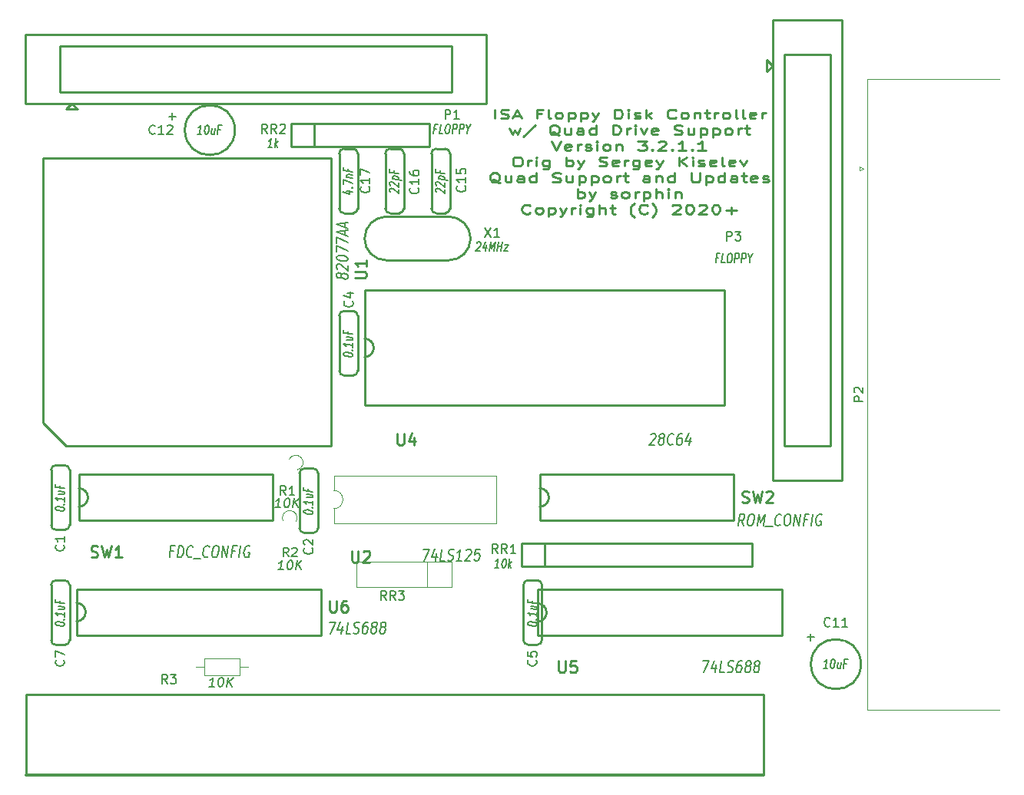
<source format=gto>
%TF.GenerationSoftware,KiCad,Pcbnew,(5.1.6-0)*%
%TF.CreationDate,2020-08-23T17:16:23-05:00*%
%TF.ProjectId,isa_fdc.kicad_DB37-v3.2.1.1_pcb,6973615f-6664-4632-9e6b-696361645f44,rev?*%
%TF.SameCoordinates,Original*%
%TF.FileFunction,Legend,Top*%
%TF.FilePolarity,Positive*%
%FSLAX46Y46*%
G04 Gerber Fmt 4.6, Leading zero omitted, Abs format (unit mm)*
G04 Created by KiCad (PCBNEW (5.1.6-0)) date 2020-08-23 17:16:23*
%MOMM*%
%LPD*%
G01*
G04 APERTURE LIST*
%ADD10C,0.250000*%
%ADD11C,0.254000*%
%ADD12C,0.304800*%
%ADD13C,0.120000*%
%ADD14C,0.150000*%
%ADD15C,0.203200*%
%ADD16C,0.152400*%
G04 APERTURE END LIST*
D10*
X153289142Y-61062380D02*
X153289142Y-60062380D01*
X153942285Y-61014761D02*
X154160000Y-61062380D01*
X154522857Y-61062380D01*
X154668000Y-61014761D01*
X154740571Y-60967142D01*
X154813142Y-60871904D01*
X154813142Y-60776666D01*
X154740571Y-60681428D01*
X154668000Y-60633809D01*
X154522857Y-60586190D01*
X154232571Y-60538571D01*
X154087428Y-60490952D01*
X154014857Y-60443333D01*
X153942285Y-60348095D01*
X153942285Y-60252857D01*
X154014857Y-60157619D01*
X154087428Y-60110000D01*
X154232571Y-60062380D01*
X154595428Y-60062380D01*
X154813142Y-60110000D01*
X155393714Y-60776666D02*
X156119428Y-60776666D01*
X155248571Y-61062380D02*
X155756571Y-60062380D01*
X156264571Y-61062380D01*
X158441714Y-60538571D02*
X157933714Y-60538571D01*
X157933714Y-61062380D02*
X157933714Y-60062380D01*
X158659428Y-60062380D01*
X159457714Y-61062380D02*
X159312571Y-61014761D01*
X159240000Y-60919523D01*
X159240000Y-60062380D01*
X160256000Y-61062380D02*
X160110857Y-61014761D01*
X160038285Y-60967142D01*
X159965714Y-60871904D01*
X159965714Y-60586190D01*
X160038285Y-60490952D01*
X160110857Y-60443333D01*
X160256000Y-60395714D01*
X160473714Y-60395714D01*
X160618857Y-60443333D01*
X160691428Y-60490952D01*
X160764000Y-60586190D01*
X160764000Y-60871904D01*
X160691428Y-60967142D01*
X160618857Y-61014761D01*
X160473714Y-61062380D01*
X160256000Y-61062380D01*
X161417142Y-60395714D02*
X161417142Y-61395714D01*
X161417142Y-60443333D02*
X161562285Y-60395714D01*
X161852571Y-60395714D01*
X161997714Y-60443333D01*
X162070285Y-60490952D01*
X162142857Y-60586190D01*
X162142857Y-60871904D01*
X162070285Y-60967142D01*
X161997714Y-61014761D01*
X161852571Y-61062380D01*
X161562285Y-61062380D01*
X161417142Y-61014761D01*
X162796000Y-60395714D02*
X162796000Y-61395714D01*
X162796000Y-60443333D02*
X162941142Y-60395714D01*
X163231428Y-60395714D01*
X163376571Y-60443333D01*
X163449142Y-60490952D01*
X163521714Y-60586190D01*
X163521714Y-60871904D01*
X163449142Y-60967142D01*
X163376571Y-61014761D01*
X163231428Y-61062380D01*
X162941142Y-61062380D01*
X162796000Y-61014761D01*
X164029714Y-60395714D02*
X164392571Y-61062380D01*
X164755428Y-60395714D02*
X164392571Y-61062380D01*
X164247428Y-61300476D01*
X164174857Y-61348095D01*
X164029714Y-61395714D01*
X166497142Y-61062380D02*
X166497142Y-60062380D01*
X166860000Y-60062380D01*
X167077714Y-60110000D01*
X167222857Y-60205238D01*
X167295428Y-60300476D01*
X167368000Y-60490952D01*
X167368000Y-60633809D01*
X167295428Y-60824285D01*
X167222857Y-60919523D01*
X167077714Y-61014761D01*
X166860000Y-61062380D01*
X166497142Y-61062380D01*
X168021142Y-61062380D02*
X168021142Y-60395714D01*
X168021142Y-60062380D02*
X167948571Y-60110000D01*
X168021142Y-60157619D01*
X168093714Y-60110000D01*
X168021142Y-60062380D01*
X168021142Y-60157619D01*
X168674285Y-61014761D02*
X168819428Y-61062380D01*
X169109714Y-61062380D01*
X169254857Y-61014761D01*
X169327428Y-60919523D01*
X169327428Y-60871904D01*
X169254857Y-60776666D01*
X169109714Y-60729047D01*
X168892000Y-60729047D01*
X168746857Y-60681428D01*
X168674285Y-60586190D01*
X168674285Y-60538571D01*
X168746857Y-60443333D01*
X168892000Y-60395714D01*
X169109714Y-60395714D01*
X169254857Y-60443333D01*
X169980571Y-61062380D02*
X169980571Y-60062380D01*
X170125714Y-60681428D02*
X170561142Y-61062380D01*
X170561142Y-60395714D02*
X169980571Y-60776666D01*
X173246285Y-60967142D02*
X173173714Y-61014761D01*
X172956000Y-61062380D01*
X172810857Y-61062380D01*
X172593142Y-61014761D01*
X172448000Y-60919523D01*
X172375428Y-60824285D01*
X172302857Y-60633809D01*
X172302857Y-60490952D01*
X172375428Y-60300476D01*
X172448000Y-60205238D01*
X172593142Y-60110000D01*
X172810857Y-60062380D01*
X172956000Y-60062380D01*
X173173714Y-60110000D01*
X173246285Y-60157619D01*
X174117142Y-61062380D02*
X173972000Y-61014761D01*
X173899428Y-60967142D01*
X173826857Y-60871904D01*
X173826857Y-60586190D01*
X173899428Y-60490952D01*
X173972000Y-60443333D01*
X174117142Y-60395714D01*
X174334857Y-60395714D01*
X174480000Y-60443333D01*
X174552571Y-60490952D01*
X174625142Y-60586190D01*
X174625142Y-60871904D01*
X174552571Y-60967142D01*
X174480000Y-61014761D01*
X174334857Y-61062380D01*
X174117142Y-61062380D01*
X175278285Y-60395714D02*
X175278285Y-61062380D01*
X175278285Y-60490952D02*
X175350857Y-60443333D01*
X175496000Y-60395714D01*
X175713714Y-60395714D01*
X175858857Y-60443333D01*
X175931428Y-60538571D01*
X175931428Y-61062380D01*
X176439428Y-60395714D02*
X177020000Y-60395714D01*
X176657142Y-60062380D02*
X176657142Y-60919523D01*
X176729714Y-61014761D01*
X176874857Y-61062380D01*
X177020000Y-61062380D01*
X177528000Y-61062380D02*
X177528000Y-60395714D01*
X177528000Y-60586190D02*
X177600571Y-60490952D01*
X177673142Y-60443333D01*
X177818285Y-60395714D01*
X177963428Y-60395714D01*
X178689142Y-61062380D02*
X178544000Y-61014761D01*
X178471428Y-60967142D01*
X178398857Y-60871904D01*
X178398857Y-60586190D01*
X178471428Y-60490952D01*
X178544000Y-60443333D01*
X178689142Y-60395714D01*
X178906857Y-60395714D01*
X179052000Y-60443333D01*
X179124571Y-60490952D01*
X179197142Y-60586190D01*
X179197142Y-60871904D01*
X179124571Y-60967142D01*
X179052000Y-61014761D01*
X178906857Y-61062380D01*
X178689142Y-61062380D01*
X180068000Y-61062380D02*
X179922857Y-61014761D01*
X179850285Y-60919523D01*
X179850285Y-60062380D01*
X180866285Y-61062380D02*
X180721142Y-61014761D01*
X180648571Y-60919523D01*
X180648571Y-60062380D01*
X182027428Y-61014761D02*
X181882285Y-61062380D01*
X181591999Y-61062380D01*
X181446857Y-61014761D01*
X181374285Y-60919523D01*
X181374285Y-60538571D01*
X181446857Y-60443333D01*
X181591999Y-60395714D01*
X181882285Y-60395714D01*
X182027428Y-60443333D01*
X182099999Y-60538571D01*
X182099999Y-60633809D01*
X181374285Y-60729047D01*
X182753142Y-61062380D02*
X182753142Y-60395714D01*
X182753142Y-60586190D02*
X182825714Y-60490952D01*
X182898285Y-60443333D01*
X183043428Y-60395714D01*
X183188571Y-60395714D01*
X154922000Y-62145714D02*
X155212285Y-62812380D01*
X155502571Y-62336190D01*
X155792857Y-62812380D01*
X156083142Y-62145714D01*
X157752285Y-61764761D02*
X156446000Y-63050476D01*
X160437428Y-62907619D02*
X160292285Y-62860000D01*
X160147142Y-62764761D01*
X159929428Y-62621904D01*
X159784285Y-62574285D01*
X159639142Y-62574285D01*
X159711714Y-62812380D02*
X159566571Y-62764761D01*
X159421428Y-62669523D01*
X159348857Y-62479047D01*
X159348857Y-62145714D01*
X159421428Y-61955238D01*
X159566571Y-61860000D01*
X159711714Y-61812380D01*
X160002000Y-61812380D01*
X160147142Y-61860000D01*
X160292285Y-61955238D01*
X160364857Y-62145714D01*
X160364857Y-62479047D01*
X160292285Y-62669523D01*
X160147142Y-62764761D01*
X160002000Y-62812380D01*
X159711714Y-62812380D01*
X161671142Y-62145714D02*
X161671142Y-62812380D01*
X161018000Y-62145714D02*
X161018000Y-62669523D01*
X161090571Y-62764761D01*
X161235714Y-62812380D01*
X161453428Y-62812380D01*
X161598571Y-62764761D01*
X161671142Y-62717142D01*
X163050000Y-62812380D02*
X163050000Y-62288571D01*
X162977428Y-62193333D01*
X162832285Y-62145714D01*
X162542000Y-62145714D01*
X162396857Y-62193333D01*
X163050000Y-62764761D02*
X162904857Y-62812380D01*
X162542000Y-62812380D01*
X162396857Y-62764761D01*
X162324285Y-62669523D01*
X162324285Y-62574285D01*
X162396857Y-62479047D01*
X162542000Y-62431428D01*
X162904857Y-62431428D01*
X163050000Y-62383809D01*
X164428857Y-62812380D02*
X164428857Y-61812380D01*
X164428857Y-62764761D02*
X164283714Y-62812380D01*
X163993428Y-62812380D01*
X163848285Y-62764761D01*
X163775714Y-62717142D01*
X163703142Y-62621904D01*
X163703142Y-62336190D01*
X163775714Y-62240952D01*
X163848285Y-62193333D01*
X163993428Y-62145714D01*
X164283714Y-62145714D01*
X164428857Y-62193333D01*
X166315714Y-62812380D02*
X166315714Y-61812380D01*
X166678571Y-61812380D01*
X166896285Y-61860000D01*
X167041428Y-61955238D01*
X167114000Y-62050476D01*
X167186571Y-62240952D01*
X167186571Y-62383809D01*
X167114000Y-62574285D01*
X167041428Y-62669523D01*
X166896285Y-62764761D01*
X166678571Y-62812380D01*
X166315714Y-62812380D01*
X167839714Y-62812380D02*
X167839714Y-62145714D01*
X167839714Y-62336190D02*
X167912285Y-62240952D01*
X167984857Y-62193333D01*
X168130000Y-62145714D01*
X168275142Y-62145714D01*
X168783142Y-62812380D02*
X168783142Y-62145714D01*
X168783142Y-61812380D02*
X168710571Y-61860000D01*
X168783142Y-61907619D01*
X168855714Y-61860000D01*
X168783142Y-61812380D01*
X168783142Y-61907619D01*
X169363714Y-62145714D02*
X169726571Y-62812380D01*
X170089428Y-62145714D01*
X171250571Y-62764761D02*
X171105428Y-62812380D01*
X170815142Y-62812380D01*
X170670000Y-62764761D01*
X170597428Y-62669523D01*
X170597428Y-62288571D01*
X170670000Y-62193333D01*
X170815142Y-62145714D01*
X171105428Y-62145714D01*
X171250571Y-62193333D01*
X171323142Y-62288571D01*
X171323142Y-62383809D01*
X170597428Y-62479047D01*
X173064857Y-62764761D02*
X173282571Y-62812380D01*
X173645428Y-62812380D01*
X173790571Y-62764761D01*
X173863142Y-62717142D01*
X173935714Y-62621904D01*
X173935714Y-62526666D01*
X173863142Y-62431428D01*
X173790571Y-62383809D01*
X173645428Y-62336190D01*
X173355142Y-62288571D01*
X173210000Y-62240952D01*
X173137428Y-62193333D01*
X173064857Y-62098095D01*
X173064857Y-62002857D01*
X173137428Y-61907619D01*
X173210000Y-61860000D01*
X173355142Y-61812380D01*
X173718000Y-61812380D01*
X173935714Y-61860000D01*
X175242000Y-62145714D02*
X175242000Y-62812380D01*
X174588857Y-62145714D02*
X174588857Y-62669523D01*
X174661428Y-62764761D01*
X174806571Y-62812380D01*
X175024285Y-62812380D01*
X175169428Y-62764761D01*
X175242000Y-62717142D01*
X175967714Y-62145714D02*
X175967714Y-63145714D01*
X175967714Y-62193333D02*
X176112857Y-62145714D01*
X176403142Y-62145714D01*
X176548285Y-62193333D01*
X176620857Y-62240952D01*
X176693428Y-62336190D01*
X176693428Y-62621904D01*
X176620857Y-62717142D01*
X176548285Y-62764761D01*
X176403142Y-62812380D01*
X176112857Y-62812380D01*
X175967714Y-62764761D01*
X177346571Y-62145714D02*
X177346571Y-63145714D01*
X177346571Y-62193333D02*
X177491714Y-62145714D01*
X177781999Y-62145714D01*
X177927142Y-62193333D01*
X177999714Y-62240952D01*
X178072285Y-62336190D01*
X178072285Y-62621904D01*
X177999714Y-62717142D01*
X177927142Y-62764761D01*
X177781999Y-62812380D01*
X177491714Y-62812380D01*
X177346571Y-62764761D01*
X178943142Y-62812380D02*
X178797999Y-62764761D01*
X178725428Y-62717142D01*
X178652857Y-62621904D01*
X178652857Y-62336190D01*
X178725428Y-62240952D01*
X178797999Y-62193333D01*
X178943142Y-62145714D01*
X179160857Y-62145714D01*
X179305999Y-62193333D01*
X179378571Y-62240952D01*
X179451142Y-62336190D01*
X179451142Y-62621904D01*
X179378571Y-62717142D01*
X179305999Y-62764761D01*
X179160857Y-62812380D01*
X178943142Y-62812380D01*
X180104285Y-62812380D02*
X180104285Y-62145714D01*
X180104285Y-62336190D02*
X180176857Y-62240952D01*
X180249428Y-62193333D01*
X180394571Y-62145714D01*
X180539714Y-62145714D01*
X180829999Y-62145714D02*
X181410571Y-62145714D01*
X181047714Y-61812380D02*
X181047714Y-62669523D01*
X181120285Y-62764761D01*
X181265428Y-62812380D01*
X181410571Y-62812380D01*
X159566571Y-63562380D02*
X160074571Y-64562380D01*
X160582571Y-63562380D01*
X161671142Y-64514761D02*
X161526000Y-64562380D01*
X161235714Y-64562380D01*
X161090571Y-64514761D01*
X161018000Y-64419523D01*
X161018000Y-64038571D01*
X161090571Y-63943333D01*
X161235714Y-63895714D01*
X161526000Y-63895714D01*
X161671142Y-63943333D01*
X161743714Y-64038571D01*
X161743714Y-64133809D01*
X161018000Y-64229047D01*
X162396857Y-64562380D02*
X162396857Y-63895714D01*
X162396857Y-64086190D02*
X162469428Y-63990952D01*
X162542000Y-63943333D01*
X162687142Y-63895714D01*
X162832285Y-63895714D01*
X163267714Y-64514761D02*
X163412857Y-64562380D01*
X163703142Y-64562380D01*
X163848285Y-64514761D01*
X163920857Y-64419523D01*
X163920857Y-64371904D01*
X163848285Y-64276666D01*
X163703142Y-64229047D01*
X163485428Y-64229047D01*
X163340285Y-64181428D01*
X163267714Y-64086190D01*
X163267714Y-64038571D01*
X163340285Y-63943333D01*
X163485428Y-63895714D01*
X163703142Y-63895714D01*
X163848285Y-63943333D01*
X164574000Y-64562380D02*
X164574000Y-63895714D01*
X164574000Y-63562380D02*
X164501428Y-63610000D01*
X164574000Y-63657619D01*
X164646571Y-63610000D01*
X164574000Y-63562380D01*
X164574000Y-63657619D01*
X165517428Y-64562380D02*
X165372285Y-64514761D01*
X165299714Y-64467142D01*
X165227142Y-64371904D01*
X165227142Y-64086190D01*
X165299714Y-63990952D01*
X165372285Y-63943333D01*
X165517428Y-63895714D01*
X165735142Y-63895714D01*
X165880285Y-63943333D01*
X165952857Y-63990952D01*
X166025428Y-64086190D01*
X166025428Y-64371904D01*
X165952857Y-64467142D01*
X165880285Y-64514761D01*
X165735142Y-64562380D01*
X165517428Y-64562380D01*
X166678571Y-63895714D02*
X166678571Y-64562380D01*
X166678571Y-63990952D02*
X166751142Y-63943333D01*
X166896285Y-63895714D01*
X167114000Y-63895714D01*
X167259142Y-63943333D01*
X167331714Y-64038571D01*
X167331714Y-64562380D01*
X169073428Y-63562380D02*
X170016857Y-63562380D01*
X169508857Y-63943333D01*
X169726571Y-63943333D01*
X169871714Y-63990952D01*
X169944285Y-64038571D01*
X170016857Y-64133809D01*
X170016857Y-64371904D01*
X169944285Y-64467142D01*
X169871714Y-64514761D01*
X169726571Y-64562380D01*
X169291142Y-64562380D01*
X169146000Y-64514761D01*
X169073428Y-64467142D01*
X170670000Y-64467142D02*
X170742571Y-64514761D01*
X170670000Y-64562380D01*
X170597428Y-64514761D01*
X170670000Y-64467142D01*
X170670000Y-64562380D01*
X171323142Y-63657619D02*
X171395714Y-63610000D01*
X171540857Y-63562380D01*
X171903714Y-63562380D01*
X172048857Y-63610000D01*
X172121428Y-63657619D01*
X172194000Y-63752857D01*
X172194000Y-63848095D01*
X172121428Y-63990952D01*
X171250571Y-64562380D01*
X172194000Y-64562380D01*
X172847142Y-64467142D02*
X172919714Y-64514761D01*
X172847142Y-64562380D01*
X172774571Y-64514761D01*
X172847142Y-64467142D01*
X172847142Y-64562380D01*
X174371142Y-64562380D02*
X173500285Y-64562380D01*
X173935714Y-64562380D02*
X173935714Y-63562380D01*
X173790571Y-63705238D01*
X173645428Y-63800476D01*
X173500285Y-63848095D01*
X175024285Y-64467142D02*
X175096857Y-64514761D01*
X175024285Y-64562380D01*
X174951714Y-64514761D01*
X175024285Y-64467142D01*
X175024285Y-64562380D01*
X176548285Y-64562380D02*
X175677428Y-64562380D01*
X176112857Y-64562380D02*
X176112857Y-63562380D01*
X175967714Y-63705238D01*
X175822571Y-63800476D01*
X175677428Y-63848095D01*
X155647714Y-65312380D02*
X155938000Y-65312380D01*
X156083142Y-65360000D01*
X156228285Y-65455238D01*
X156300857Y-65645714D01*
X156300857Y-65979047D01*
X156228285Y-66169523D01*
X156083142Y-66264761D01*
X155938000Y-66312380D01*
X155647714Y-66312380D01*
X155502571Y-66264761D01*
X155357428Y-66169523D01*
X155284857Y-65979047D01*
X155284857Y-65645714D01*
X155357428Y-65455238D01*
X155502571Y-65360000D01*
X155647714Y-65312380D01*
X156954000Y-66312380D02*
X156954000Y-65645714D01*
X156954000Y-65836190D02*
X157026571Y-65740952D01*
X157099142Y-65693333D01*
X157244285Y-65645714D01*
X157389428Y-65645714D01*
X157897428Y-66312380D02*
X157897428Y-65645714D01*
X157897428Y-65312380D02*
X157824857Y-65360000D01*
X157897428Y-65407619D01*
X157970000Y-65360000D01*
X157897428Y-65312380D01*
X157897428Y-65407619D01*
X159276285Y-65645714D02*
X159276285Y-66455238D01*
X159203714Y-66550476D01*
X159131142Y-66598095D01*
X158986000Y-66645714D01*
X158768285Y-66645714D01*
X158623142Y-66598095D01*
X159276285Y-66264761D02*
X159131142Y-66312380D01*
X158840857Y-66312380D01*
X158695714Y-66264761D01*
X158623142Y-66217142D01*
X158550571Y-66121904D01*
X158550571Y-65836190D01*
X158623142Y-65740952D01*
X158695714Y-65693333D01*
X158840857Y-65645714D01*
X159131142Y-65645714D01*
X159276285Y-65693333D01*
X161163142Y-66312380D02*
X161163142Y-65312380D01*
X161163142Y-65693333D02*
X161308285Y-65645714D01*
X161598571Y-65645714D01*
X161743714Y-65693333D01*
X161816285Y-65740952D01*
X161888857Y-65836190D01*
X161888857Y-66121904D01*
X161816285Y-66217142D01*
X161743714Y-66264761D01*
X161598571Y-66312380D01*
X161308285Y-66312380D01*
X161163142Y-66264761D01*
X162396857Y-65645714D02*
X162759714Y-66312380D01*
X163122571Y-65645714D02*
X162759714Y-66312380D01*
X162614571Y-66550476D01*
X162542000Y-66598095D01*
X162396857Y-66645714D01*
X164791714Y-66264761D02*
X165009428Y-66312380D01*
X165372285Y-66312380D01*
X165517428Y-66264761D01*
X165590000Y-66217142D01*
X165662571Y-66121904D01*
X165662571Y-66026666D01*
X165590000Y-65931428D01*
X165517428Y-65883809D01*
X165372285Y-65836190D01*
X165082000Y-65788571D01*
X164936857Y-65740952D01*
X164864285Y-65693333D01*
X164791714Y-65598095D01*
X164791714Y-65502857D01*
X164864285Y-65407619D01*
X164936857Y-65360000D01*
X165082000Y-65312380D01*
X165444857Y-65312380D01*
X165662571Y-65360000D01*
X166896285Y-66264761D02*
X166751142Y-66312380D01*
X166460857Y-66312380D01*
X166315714Y-66264761D01*
X166243142Y-66169523D01*
X166243142Y-65788571D01*
X166315714Y-65693333D01*
X166460857Y-65645714D01*
X166751142Y-65645714D01*
X166896285Y-65693333D01*
X166968857Y-65788571D01*
X166968857Y-65883809D01*
X166243142Y-65979047D01*
X167622000Y-66312380D02*
X167622000Y-65645714D01*
X167622000Y-65836190D02*
X167694571Y-65740952D01*
X167767142Y-65693333D01*
X167912285Y-65645714D01*
X168057428Y-65645714D01*
X169218571Y-65645714D02*
X169218571Y-66455238D01*
X169146000Y-66550476D01*
X169073428Y-66598095D01*
X168928285Y-66645714D01*
X168710571Y-66645714D01*
X168565428Y-66598095D01*
X169218571Y-66264761D02*
X169073428Y-66312380D01*
X168783142Y-66312380D01*
X168638000Y-66264761D01*
X168565428Y-66217142D01*
X168492857Y-66121904D01*
X168492857Y-65836190D01*
X168565428Y-65740952D01*
X168638000Y-65693333D01*
X168783142Y-65645714D01*
X169073428Y-65645714D01*
X169218571Y-65693333D01*
X170524857Y-66264761D02*
X170379714Y-66312380D01*
X170089428Y-66312380D01*
X169944285Y-66264761D01*
X169871714Y-66169523D01*
X169871714Y-65788571D01*
X169944285Y-65693333D01*
X170089428Y-65645714D01*
X170379714Y-65645714D01*
X170524857Y-65693333D01*
X170597428Y-65788571D01*
X170597428Y-65883809D01*
X169871714Y-65979047D01*
X171105428Y-65645714D02*
X171468285Y-66312380D01*
X171831142Y-65645714D02*
X171468285Y-66312380D01*
X171323142Y-66550476D01*
X171250571Y-66598095D01*
X171105428Y-66645714D01*
X173572857Y-66312380D02*
X173572857Y-65312380D01*
X174443714Y-66312380D02*
X173790571Y-65740952D01*
X174443714Y-65312380D02*
X173572857Y-65883809D01*
X175096857Y-66312380D02*
X175096857Y-65645714D01*
X175096857Y-65312380D02*
X175024285Y-65360000D01*
X175096857Y-65407619D01*
X175169428Y-65360000D01*
X175096857Y-65312380D01*
X175096857Y-65407619D01*
X175750000Y-66264761D02*
X175895142Y-66312380D01*
X176185428Y-66312380D01*
X176330571Y-66264761D01*
X176403142Y-66169523D01*
X176403142Y-66121904D01*
X176330571Y-66026666D01*
X176185428Y-65979047D01*
X175967714Y-65979047D01*
X175822571Y-65931428D01*
X175750000Y-65836190D01*
X175750000Y-65788571D01*
X175822571Y-65693333D01*
X175967714Y-65645714D01*
X176185428Y-65645714D01*
X176330571Y-65693333D01*
X177636857Y-66264761D02*
X177491714Y-66312380D01*
X177201428Y-66312380D01*
X177056285Y-66264761D01*
X176983714Y-66169523D01*
X176983714Y-65788571D01*
X177056285Y-65693333D01*
X177201428Y-65645714D01*
X177491714Y-65645714D01*
X177636857Y-65693333D01*
X177709428Y-65788571D01*
X177709428Y-65883809D01*
X176983714Y-65979047D01*
X178580285Y-66312380D02*
X178435142Y-66264761D01*
X178362571Y-66169523D01*
X178362571Y-65312380D01*
X179741428Y-66264761D02*
X179596285Y-66312380D01*
X179306000Y-66312380D01*
X179160857Y-66264761D01*
X179088285Y-66169523D01*
X179088285Y-65788571D01*
X179160857Y-65693333D01*
X179306000Y-65645714D01*
X179596285Y-65645714D01*
X179741428Y-65693333D01*
X179814000Y-65788571D01*
X179814000Y-65883809D01*
X179088285Y-65979047D01*
X180322000Y-65645714D02*
X180684857Y-66312380D01*
X181047714Y-65645714D01*
X153869714Y-68157619D02*
X153724571Y-68110000D01*
X153579428Y-68014761D01*
X153361714Y-67871904D01*
X153216571Y-67824285D01*
X153071428Y-67824285D01*
X153144000Y-68062380D02*
X152998857Y-68014761D01*
X152853714Y-67919523D01*
X152781142Y-67729047D01*
X152781142Y-67395714D01*
X152853714Y-67205238D01*
X152998857Y-67110000D01*
X153144000Y-67062380D01*
X153434285Y-67062380D01*
X153579428Y-67110000D01*
X153724571Y-67205238D01*
X153797142Y-67395714D01*
X153797142Y-67729047D01*
X153724571Y-67919523D01*
X153579428Y-68014761D01*
X153434285Y-68062380D01*
X153144000Y-68062380D01*
X155103428Y-67395714D02*
X155103428Y-68062380D01*
X154450285Y-67395714D02*
X154450285Y-67919523D01*
X154522857Y-68014761D01*
X154668000Y-68062380D01*
X154885714Y-68062380D01*
X155030857Y-68014761D01*
X155103428Y-67967142D01*
X156482285Y-68062380D02*
X156482285Y-67538571D01*
X156409714Y-67443333D01*
X156264571Y-67395714D01*
X155974285Y-67395714D01*
X155829142Y-67443333D01*
X156482285Y-68014761D02*
X156337142Y-68062380D01*
X155974285Y-68062380D01*
X155829142Y-68014761D01*
X155756571Y-67919523D01*
X155756571Y-67824285D01*
X155829142Y-67729047D01*
X155974285Y-67681428D01*
X156337142Y-67681428D01*
X156482285Y-67633809D01*
X157861142Y-68062380D02*
X157861142Y-67062380D01*
X157861142Y-68014761D02*
X157716000Y-68062380D01*
X157425714Y-68062380D01*
X157280571Y-68014761D01*
X157208000Y-67967142D01*
X157135428Y-67871904D01*
X157135428Y-67586190D01*
X157208000Y-67490952D01*
X157280571Y-67443333D01*
X157425714Y-67395714D01*
X157716000Y-67395714D01*
X157861142Y-67443333D01*
X159675428Y-68014761D02*
X159893142Y-68062380D01*
X160256000Y-68062380D01*
X160401142Y-68014761D01*
X160473714Y-67967142D01*
X160546285Y-67871904D01*
X160546285Y-67776666D01*
X160473714Y-67681428D01*
X160401142Y-67633809D01*
X160256000Y-67586190D01*
X159965714Y-67538571D01*
X159820571Y-67490952D01*
X159748000Y-67443333D01*
X159675428Y-67348095D01*
X159675428Y-67252857D01*
X159748000Y-67157619D01*
X159820571Y-67110000D01*
X159965714Y-67062380D01*
X160328571Y-67062380D01*
X160546285Y-67110000D01*
X161852571Y-67395714D02*
X161852571Y-68062380D01*
X161199428Y-67395714D02*
X161199428Y-67919523D01*
X161272000Y-68014761D01*
X161417142Y-68062380D01*
X161634857Y-68062380D01*
X161780000Y-68014761D01*
X161852571Y-67967142D01*
X162578285Y-67395714D02*
X162578285Y-68395714D01*
X162578285Y-67443333D02*
X162723428Y-67395714D01*
X163013714Y-67395714D01*
X163158857Y-67443333D01*
X163231428Y-67490952D01*
X163304000Y-67586190D01*
X163304000Y-67871904D01*
X163231428Y-67967142D01*
X163158857Y-68014761D01*
X163013714Y-68062380D01*
X162723428Y-68062380D01*
X162578285Y-68014761D01*
X163957142Y-67395714D02*
X163957142Y-68395714D01*
X163957142Y-67443333D02*
X164102285Y-67395714D01*
X164392571Y-67395714D01*
X164537714Y-67443333D01*
X164610285Y-67490952D01*
X164682857Y-67586190D01*
X164682857Y-67871904D01*
X164610285Y-67967142D01*
X164537714Y-68014761D01*
X164392571Y-68062380D01*
X164102285Y-68062380D01*
X163957142Y-68014761D01*
X165553714Y-68062380D02*
X165408571Y-68014761D01*
X165336000Y-67967142D01*
X165263428Y-67871904D01*
X165263428Y-67586190D01*
X165336000Y-67490952D01*
X165408571Y-67443333D01*
X165553714Y-67395714D01*
X165771428Y-67395714D01*
X165916571Y-67443333D01*
X165989142Y-67490952D01*
X166061714Y-67586190D01*
X166061714Y-67871904D01*
X165989142Y-67967142D01*
X165916571Y-68014761D01*
X165771428Y-68062380D01*
X165553714Y-68062380D01*
X166714857Y-68062380D02*
X166714857Y-67395714D01*
X166714857Y-67586190D02*
X166787428Y-67490952D01*
X166860000Y-67443333D01*
X167005142Y-67395714D01*
X167150285Y-67395714D01*
X167440571Y-67395714D02*
X168021142Y-67395714D01*
X167658285Y-67062380D02*
X167658285Y-67919523D01*
X167730857Y-68014761D01*
X167876000Y-68062380D01*
X168021142Y-68062380D01*
X170343428Y-68062380D02*
X170343428Y-67538571D01*
X170270857Y-67443333D01*
X170125714Y-67395714D01*
X169835428Y-67395714D01*
X169690285Y-67443333D01*
X170343428Y-68014761D02*
X170198285Y-68062380D01*
X169835428Y-68062380D01*
X169690285Y-68014761D01*
X169617714Y-67919523D01*
X169617714Y-67824285D01*
X169690285Y-67729047D01*
X169835428Y-67681428D01*
X170198285Y-67681428D01*
X170343428Y-67633809D01*
X171069142Y-67395714D02*
X171069142Y-68062380D01*
X171069142Y-67490952D02*
X171141714Y-67443333D01*
X171286857Y-67395714D01*
X171504571Y-67395714D01*
X171649714Y-67443333D01*
X171722285Y-67538571D01*
X171722285Y-68062380D01*
X173101142Y-68062380D02*
X173101142Y-67062380D01*
X173101142Y-68014761D02*
X172956000Y-68062380D01*
X172665714Y-68062380D01*
X172520571Y-68014761D01*
X172448000Y-67967142D01*
X172375428Y-67871904D01*
X172375428Y-67586190D01*
X172448000Y-67490952D01*
X172520571Y-67443333D01*
X172665714Y-67395714D01*
X172956000Y-67395714D01*
X173101142Y-67443333D01*
X174988000Y-67062380D02*
X174988000Y-67871904D01*
X175060571Y-67967142D01*
X175133142Y-68014761D01*
X175278285Y-68062380D01*
X175568571Y-68062380D01*
X175713714Y-68014761D01*
X175786285Y-67967142D01*
X175858857Y-67871904D01*
X175858857Y-67062380D01*
X176584571Y-67395714D02*
X176584571Y-68395714D01*
X176584571Y-67443333D02*
X176729714Y-67395714D01*
X177020000Y-67395714D01*
X177165142Y-67443333D01*
X177237714Y-67490952D01*
X177310285Y-67586190D01*
X177310285Y-67871904D01*
X177237714Y-67967142D01*
X177165142Y-68014761D01*
X177020000Y-68062380D01*
X176729714Y-68062380D01*
X176584571Y-68014761D01*
X178616571Y-68062380D02*
X178616571Y-67062380D01*
X178616571Y-68014761D02*
X178471428Y-68062380D01*
X178181142Y-68062380D01*
X178036000Y-68014761D01*
X177963428Y-67967142D01*
X177890857Y-67871904D01*
X177890857Y-67586190D01*
X177963428Y-67490952D01*
X178036000Y-67443333D01*
X178181142Y-67395714D01*
X178471428Y-67395714D01*
X178616571Y-67443333D01*
X179995428Y-68062380D02*
X179995428Y-67538571D01*
X179922857Y-67443333D01*
X179777714Y-67395714D01*
X179487428Y-67395714D01*
X179342285Y-67443333D01*
X179995428Y-68014761D02*
X179850285Y-68062380D01*
X179487428Y-68062380D01*
X179342285Y-68014761D01*
X179269714Y-67919523D01*
X179269714Y-67824285D01*
X179342285Y-67729047D01*
X179487428Y-67681428D01*
X179850285Y-67681428D01*
X179995428Y-67633809D01*
X180503428Y-67395714D02*
X181084000Y-67395714D01*
X180721142Y-67062380D02*
X180721142Y-67919523D01*
X180793714Y-68014761D01*
X180938857Y-68062380D01*
X181084000Y-68062380D01*
X182172571Y-68014761D02*
X182027428Y-68062380D01*
X181737142Y-68062380D01*
X181591999Y-68014761D01*
X181519428Y-67919523D01*
X181519428Y-67538571D01*
X181591999Y-67443333D01*
X181737142Y-67395714D01*
X182027428Y-67395714D01*
X182172571Y-67443333D01*
X182245142Y-67538571D01*
X182245142Y-67633809D01*
X181519428Y-67729047D01*
X182825714Y-68014761D02*
X182970857Y-68062380D01*
X183261142Y-68062380D01*
X183406285Y-68014761D01*
X183478857Y-67919523D01*
X183478857Y-67871904D01*
X183406285Y-67776666D01*
X183261142Y-67729047D01*
X183043428Y-67729047D01*
X182898285Y-67681428D01*
X182825714Y-67586190D01*
X182825714Y-67538571D01*
X182898285Y-67443333D01*
X183043428Y-67395714D01*
X183261142Y-67395714D01*
X183406285Y-67443333D01*
X162433142Y-69812380D02*
X162433142Y-68812380D01*
X162433142Y-69193333D02*
X162578285Y-69145714D01*
X162868571Y-69145714D01*
X163013714Y-69193333D01*
X163086285Y-69240952D01*
X163158857Y-69336190D01*
X163158857Y-69621904D01*
X163086285Y-69717142D01*
X163013714Y-69764761D01*
X162868571Y-69812380D01*
X162578285Y-69812380D01*
X162433142Y-69764761D01*
X163666857Y-69145714D02*
X164029714Y-69812380D01*
X164392571Y-69145714D02*
X164029714Y-69812380D01*
X163884571Y-70050476D01*
X163812000Y-70098095D01*
X163666857Y-70145714D01*
X166061714Y-69764761D02*
X166206857Y-69812380D01*
X166497142Y-69812380D01*
X166642285Y-69764761D01*
X166714857Y-69669523D01*
X166714857Y-69621904D01*
X166642285Y-69526666D01*
X166497142Y-69479047D01*
X166279428Y-69479047D01*
X166134285Y-69431428D01*
X166061714Y-69336190D01*
X166061714Y-69288571D01*
X166134285Y-69193333D01*
X166279428Y-69145714D01*
X166497142Y-69145714D01*
X166642285Y-69193333D01*
X167585714Y-69812380D02*
X167440571Y-69764761D01*
X167368000Y-69717142D01*
X167295428Y-69621904D01*
X167295428Y-69336190D01*
X167368000Y-69240952D01*
X167440571Y-69193333D01*
X167585714Y-69145714D01*
X167803428Y-69145714D01*
X167948571Y-69193333D01*
X168021142Y-69240952D01*
X168093714Y-69336190D01*
X168093714Y-69621904D01*
X168021142Y-69717142D01*
X167948571Y-69764761D01*
X167803428Y-69812380D01*
X167585714Y-69812380D01*
X168746857Y-69812380D02*
X168746857Y-69145714D01*
X168746857Y-69336190D02*
X168819428Y-69240952D01*
X168892000Y-69193333D01*
X169037142Y-69145714D01*
X169182285Y-69145714D01*
X169690285Y-69145714D02*
X169690285Y-70145714D01*
X169690285Y-69193333D02*
X169835428Y-69145714D01*
X170125714Y-69145714D01*
X170270857Y-69193333D01*
X170343428Y-69240952D01*
X170416000Y-69336190D01*
X170416000Y-69621904D01*
X170343428Y-69717142D01*
X170270857Y-69764761D01*
X170125714Y-69812380D01*
X169835428Y-69812380D01*
X169690285Y-69764761D01*
X171069142Y-69812380D02*
X171069142Y-68812380D01*
X171722285Y-69812380D02*
X171722285Y-69288571D01*
X171649714Y-69193333D01*
X171504571Y-69145714D01*
X171286857Y-69145714D01*
X171141714Y-69193333D01*
X171069142Y-69240952D01*
X172448000Y-69812380D02*
X172448000Y-69145714D01*
X172448000Y-68812380D02*
X172375428Y-68860000D01*
X172448000Y-68907619D01*
X172520571Y-68860000D01*
X172448000Y-68812380D01*
X172448000Y-68907619D01*
X173173714Y-69145714D02*
X173173714Y-69812380D01*
X173173714Y-69240952D02*
X173246285Y-69193333D01*
X173391428Y-69145714D01*
X173609142Y-69145714D01*
X173754285Y-69193333D01*
X173826857Y-69288571D01*
X173826857Y-69812380D01*
X157208000Y-71467142D02*
X157135428Y-71514761D01*
X156917714Y-71562380D01*
X156772571Y-71562380D01*
X156554857Y-71514761D01*
X156409714Y-71419523D01*
X156337142Y-71324285D01*
X156264571Y-71133809D01*
X156264571Y-70990952D01*
X156337142Y-70800476D01*
X156409714Y-70705238D01*
X156554857Y-70610000D01*
X156772571Y-70562380D01*
X156917714Y-70562380D01*
X157135428Y-70610000D01*
X157208000Y-70657619D01*
X158078857Y-71562380D02*
X157933714Y-71514761D01*
X157861142Y-71467142D01*
X157788571Y-71371904D01*
X157788571Y-71086190D01*
X157861142Y-70990952D01*
X157933714Y-70943333D01*
X158078857Y-70895714D01*
X158296571Y-70895714D01*
X158441714Y-70943333D01*
X158514285Y-70990952D01*
X158586857Y-71086190D01*
X158586857Y-71371904D01*
X158514285Y-71467142D01*
X158441714Y-71514761D01*
X158296571Y-71562380D01*
X158078857Y-71562380D01*
X159240000Y-70895714D02*
X159240000Y-71895714D01*
X159240000Y-70943333D02*
X159385142Y-70895714D01*
X159675428Y-70895714D01*
X159820571Y-70943333D01*
X159893142Y-70990952D01*
X159965714Y-71086190D01*
X159965714Y-71371904D01*
X159893142Y-71467142D01*
X159820571Y-71514761D01*
X159675428Y-71562380D01*
X159385142Y-71562380D01*
X159240000Y-71514761D01*
X160473714Y-70895714D02*
X160836571Y-71562380D01*
X161199428Y-70895714D02*
X160836571Y-71562380D01*
X160691428Y-71800476D01*
X160618857Y-71848095D01*
X160473714Y-71895714D01*
X161780000Y-71562380D02*
X161780000Y-70895714D01*
X161780000Y-71086190D02*
X161852571Y-70990952D01*
X161925142Y-70943333D01*
X162070285Y-70895714D01*
X162215428Y-70895714D01*
X162723428Y-71562380D02*
X162723428Y-70895714D01*
X162723428Y-70562380D02*
X162650857Y-70610000D01*
X162723428Y-70657619D01*
X162796000Y-70610000D01*
X162723428Y-70562380D01*
X162723428Y-70657619D01*
X164102285Y-70895714D02*
X164102285Y-71705238D01*
X164029714Y-71800476D01*
X163957142Y-71848095D01*
X163812000Y-71895714D01*
X163594285Y-71895714D01*
X163449142Y-71848095D01*
X164102285Y-71514761D02*
X163957142Y-71562380D01*
X163666857Y-71562380D01*
X163521714Y-71514761D01*
X163449142Y-71467142D01*
X163376571Y-71371904D01*
X163376571Y-71086190D01*
X163449142Y-70990952D01*
X163521714Y-70943333D01*
X163666857Y-70895714D01*
X163957142Y-70895714D01*
X164102285Y-70943333D01*
X164828000Y-71562380D02*
X164828000Y-70562380D01*
X165481142Y-71562380D02*
X165481142Y-71038571D01*
X165408571Y-70943333D01*
X165263428Y-70895714D01*
X165045714Y-70895714D01*
X164900571Y-70943333D01*
X164828000Y-70990952D01*
X165989142Y-70895714D02*
X166569714Y-70895714D01*
X166206857Y-70562380D02*
X166206857Y-71419523D01*
X166279428Y-71514761D01*
X166424571Y-71562380D01*
X166569714Y-71562380D01*
X168674285Y-71943333D02*
X168601714Y-71895714D01*
X168456571Y-71752857D01*
X168384000Y-71657619D01*
X168311428Y-71514761D01*
X168238857Y-71276666D01*
X168238857Y-71086190D01*
X168311428Y-70848095D01*
X168384000Y-70705238D01*
X168456571Y-70610000D01*
X168601714Y-70467142D01*
X168674285Y-70419523D01*
X170125714Y-71467142D02*
X170053142Y-71514761D01*
X169835428Y-71562380D01*
X169690285Y-71562380D01*
X169472571Y-71514761D01*
X169327428Y-71419523D01*
X169254857Y-71324285D01*
X169182285Y-71133809D01*
X169182285Y-70990952D01*
X169254857Y-70800476D01*
X169327428Y-70705238D01*
X169472571Y-70610000D01*
X169690285Y-70562380D01*
X169835428Y-70562380D01*
X170053142Y-70610000D01*
X170125714Y-70657619D01*
X170633714Y-71943333D02*
X170706285Y-71895714D01*
X170851428Y-71752857D01*
X170924000Y-71657619D01*
X170996571Y-71514761D01*
X171069142Y-71276666D01*
X171069142Y-71086190D01*
X170996571Y-70848095D01*
X170924000Y-70705238D01*
X170851428Y-70610000D01*
X170706285Y-70467142D01*
X170633714Y-70419523D01*
X172883428Y-70657619D02*
X172956000Y-70610000D01*
X173101142Y-70562380D01*
X173464000Y-70562380D01*
X173609142Y-70610000D01*
X173681714Y-70657619D01*
X173754285Y-70752857D01*
X173754285Y-70848095D01*
X173681714Y-70990952D01*
X172810857Y-71562380D01*
X173754285Y-71562380D01*
X174697714Y-70562380D02*
X174842857Y-70562380D01*
X174988000Y-70610000D01*
X175060571Y-70657619D01*
X175133142Y-70752857D01*
X175205714Y-70943333D01*
X175205714Y-71181428D01*
X175133142Y-71371904D01*
X175060571Y-71467142D01*
X174988000Y-71514761D01*
X174842857Y-71562380D01*
X174697714Y-71562380D01*
X174552571Y-71514761D01*
X174480000Y-71467142D01*
X174407428Y-71371904D01*
X174334857Y-71181428D01*
X174334857Y-70943333D01*
X174407428Y-70752857D01*
X174480000Y-70657619D01*
X174552571Y-70610000D01*
X174697714Y-70562380D01*
X175786285Y-70657619D02*
X175858857Y-70610000D01*
X176004000Y-70562380D01*
X176366857Y-70562380D01*
X176512000Y-70610000D01*
X176584571Y-70657619D01*
X176657142Y-70752857D01*
X176657142Y-70848095D01*
X176584571Y-70990952D01*
X175713714Y-71562380D01*
X176657142Y-71562380D01*
X177600571Y-70562380D02*
X177745714Y-70562380D01*
X177890857Y-70610000D01*
X177963428Y-70657619D01*
X178036000Y-70752857D01*
X178108571Y-70943333D01*
X178108571Y-71181428D01*
X178036000Y-71371904D01*
X177963428Y-71467142D01*
X177890857Y-71514761D01*
X177745714Y-71562380D01*
X177600571Y-71562380D01*
X177455428Y-71514761D01*
X177382857Y-71467142D01*
X177310285Y-71371904D01*
X177237714Y-71181428D01*
X177237714Y-70943333D01*
X177310285Y-70752857D01*
X177382857Y-70657619D01*
X177455428Y-70610000D01*
X177600571Y-70562380D01*
X178761714Y-71181428D02*
X179922857Y-71181428D01*
X179342285Y-71562380D02*
X179342285Y-70800476D01*
D11*
%TO.C,BUS1*%
X182880000Y-124564500D02*
X182880000Y-133454500D01*
D12*
X182880000Y-133454500D02*
X101600000Y-133454500D01*
D11*
X182880000Y-124564500D02*
X101600000Y-124564500D01*
X101600000Y-133454500D02*
X101600000Y-124564500D01*
D13*
%TO.C,R3*%
X121310000Y-120660000D02*
X121310000Y-122500000D01*
X121310000Y-122500000D02*
X125150000Y-122500000D01*
X125150000Y-122500000D02*
X125150000Y-120660000D01*
X125150000Y-120660000D02*
X121310000Y-120660000D01*
X120360000Y-121580000D02*
X121310000Y-121580000D01*
X126100000Y-121580000D02*
X125150000Y-121580000D01*
D11*
%TO.C,SW1*%
X107442000Y-105410000D02*
X107442000Y-100330000D01*
X128778000Y-105410000D02*
X107442000Y-105410000D01*
X128778000Y-100330000D02*
X128778000Y-105410000D01*
X107442000Y-100330000D02*
X128778000Y-100330000D01*
X107442000Y-103886000D02*
G75*
G03*
X108458000Y-102870000I0J1016000D01*
G01*
X108458000Y-102870000D02*
G75*
G03*
X107442000Y-101854000I-1016000J0D01*
G01*
%TO.C,U6*%
X107188000Y-118060000D02*
X107188000Y-112980000D01*
X134112000Y-118060000D02*
X107188000Y-118060000D01*
X134112000Y-112980000D02*
X134112000Y-118060000D01*
X107188000Y-112980000D02*
X134112000Y-112980000D01*
X108204000Y-115520000D02*
G75*
G03*
X107188000Y-114504000I-1016000J0D01*
G01*
X107188000Y-116536000D02*
G75*
G03*
X108204000Y-115520000I0J1016000D01*
G01*
D13*
%TO.C,P2*%
X193906175Y-66570000D02*
X193473162Y-66820000D01*
X193473162Y-66320000D02*
X193906175Y-66570000D01*
X193473162Y-66820000D02*
X193473162Y-66320000D01*
X194367500Y-56740000D02*
X208907500Y-56740000D01*
X194367500Y-126260000D02*
X194367500Y-56740000D01*
X208907500Y-126260000D02*
X194367500Y-126260000D01*
D11*
%TO.C,P3*%
X190280000Y-97140000D02*
X185200000Y-97140000D01*
X185200000Y-53960000D02*
X190280000Y-53960000D01*
X190280000Y-97140000D02*
X190280000Y-53960000D01*
X185200000Y-53960000D02*
X185200000Y-97140000D01*
X183930000Y-50150000D02*
X191550000Y-50150000D01*
X183930000Y-100950000D02*
X183930000Y-50150000D01*
X191550000Y-100950000D02*
X183930000Y-100950000D01*
X191550000Y-50150000D02*
X191550000Y-100950000D01*
X183295000Y-55865000D02*
X183295000Y-54595000D01*
X183930000Y-55230000D02*
X183295000Y-55865000D01*
X183295000Y-54595000D02*
X183930000Y-55230000D01*
D13*
%TO.C,R2*%
X129940641Y-105440095D02*
G75*
G02*
X131390000Y-105537133I749359J320095D01*
G01*
%TO.C,R1*%
X130593782Y-98716464D02*
G75*
G02*
X131550017Y-99809932I756218J-303536D01*
G01*
%TO.C,U2*%
X135550000Y-100450000D02*
X135550000Y-102100000D01*
X153450000Y-100450000D02*
X135550000Y-100450000D01*
X153450000Y-105750000D02*
X153450000Y-100450000D01*
X135550000Y-105750000D02*
X153450000Y-105750000D01*
X135550000Y-104100000D02*
X135550000Y-105750000D01*
X135550000Y-102100000D02*
G75*
G02*
X135550000Y-104100000I0J-1000000D01*
G01*
D11*
%TO.C,C2*%
X132282000Y-99664000D02*
X133298000Y-99664000D01*
X133806000Y-100172000D02*
X133806000Y-106268000D01*
X131774000Y-100172000D02*
X131774000Y-106268000D01*
X132282000Y-106776000D02*
X133298000Y-106776000D01*
X131774000Y-106268000D02*
G75*
G03*
X132282000Y-106776000I508000J0D01*
G01*
X133298000Y-106776000D02*
G75*
G03*
X133806000Y-106268000I0J508000D01*
G01*
X132282000Y-99664000D02*
G75*
G03*
X131774000Y-100172000I0J-508000D01*
G01*
X133806000Y-100172000D02*
G75*
G03*
X133298000Y-99664000I-508000J0D01*
G01*
%TO.C,C11*%
X193640820Y-121260000D02*
G75*
G03*
X193640820Y-121260000I-2750820J0D01*
G01*
%TO.C,C12*%
X124640820Y-62340000D02*
G75*
G03*
X124640820Y-62340000I-2750820J0D01*
G01*
%TO.C,U5*%
X157988000Y-118110000D02*
X157988000Y-113030000D01*
X184912000Y-118110000D02*
X157988000Y-118110000D01*
X184912000Y-113030000D02*
X184912000Y-118110000D01*
X157988000Y-113030000D02*
X184912000Y-113030000D01*
X157988000Y-116586000D02*
G75*
G03*
X159004000Y-115570000I0J1016000D01*
G01*
X159004000Y-115570000D02*
G75*
G03*
X157988000Y-114554000I-1016000J0D01*
G01*
%TO.C,SW2*%
X158242000Y-105410000D02*
X158242000Y-100330000D01*
X179578000Y-105410000D02*
X158242000Y-105410000D01*
X179578000Y-100330000D02*
X179578000Y-105410000D01*
X158242000Y-100330000D02*
X179578000Y-100330000D01*
X158242000Y-103886000D02*
G75*
G03*
X159258000Y-102870000I0J1016000D01*
G01*
X159258000Y-102870000D02*
G75*
G03*
X158242000Y-101854000I-1016000J0D01*
G01*
%TO.C,C1*%
X104902000Y-99314000D02*
X105918000Y-99314000D01*
X106426000Y-99822000D02*
X106426000Y-105918000D01*
X104394000Y-99822000D02*
X104394000Y-105918000D01*
X104902000Y-106426000D02*
X105918000Y-106426000D01*
X104394000Y-105918000D02*
G75*
G03*
X104902000Y-106426000I508000J0D01*
G01*
X105918000Y-106426000D02*
G75*
G03*
X106426000Y-105918000I0J508000D01*
G01*
X104902000Y-99314000D02*
G75*
G03*
X104394000Y-99822000I0J-508000D01*
G01*
X106426000Y-99822000D02*
G75*
G03*
X105918000Y-99314000I-508000J0D01*
G01*
%TO.C,C7*%
X104902000Y-112014000D02*
X105918000Y-112014000D01*
X106426000Y-112522000D02*
X106426000Y-118618000D01*
X104394000Y-112522000D02*
X104394000Y-118618000D01*
X104902000Y-119126000D02*
X105918000Y-119126000D01*
X104394000Y-118618000D02*
G75*
G03*
X104902000Y-119126000I508000J0D01*
G01*
X105918000Y-119126000D02*
G75*
G03*
X106426000Y-118618000I0J508000D01*
G01*
X104902000Y-112014000D02*
G75*
G03*
X104394000Y-112522000I0J-508000D01*
G01*
X106426000Y-112522000D02*
G75*
G03*
X105918000Y-112014000I-508000J0D01*
G01*
%TO.C,C5*%
X156962000Y-112004000D02*
X157978000Y-112004000D01*
X158486000Y-112512000D02*
X158486000Y-118608000D01*
X156454000Y-112512000D02*
X156454000Y-118608000D01*
X156962000Y-119116000D02*
X157978000Y-119116000D01*
X156454000Y-118608000D02*
G75*
G03*
X156962000Y-119116000I508000J0D01*
G01*
X157978000Y-119116000D02*
G75*
G03*
X158486000Y-118608000I0J508000D01*
G01*
X156962000Y-112004000D02*
G75*
G03*
X156454000Y-112512000I0J-508000D01*
G01*
X158486000Y-112512000D02*
G75*
G03*
X157978000Y-112004000I-508000J0D01*
G01*
%TO.C,C4*%
X136662000Y-82294000D02*
X137678000Y-82294000D01*
X138186000Y-82802000D02*
X138186000Y-88898000D01*
X136154000Y-82802000D02*
X136154000Y-88898000D01*
X136662000Y-89406000D02*
X137678000Y-89406000D01*
X136154000Y-88898000D02*
G75*
G03*
X136662000Y-89406000I508000J0D01*
G01*
X137678000Y-89406000D02*
G75*
G03*
X138186000Y-88898000I0J508000D01*
G01*
X136662000Y-82294000D02*
G75*
G03*
X136154000Y-82802000I0J-508000D01*
G01*
X138186000Y-82802000D02*
G75*
G03*
X137678000Y-82294000I-508000J0D01*
G01*
%TO.C,C16*%
X142748000Y-71501000D02*
X141732000Y-71501000D01*
X141224000Y-70993000D02*
X141224000Y-64897000D01*
X143256000Y-70993000D02*
X143256000Y-64897000D01*
X142748000Y-64389000D02*
X141732000Y-64389000D01*
X143256000Y-64897000D02*
G75*
G03*
X142748000Y-64389000I-508000J0D01*
G01*
X141732000Y-64389000D02*
G75*
G03*
X141224000Y-64897000I0J-508000D01*
G01*
X142748000Y-71501000D02*
G75*
G03*
X143256000Y-70993000I0J508000D01*
G01*
X141224000Y-70993000D02*
G75*
G03*
X141732000Y-71501000I508000J0D01*
G01*
%TO.C,C15*%
X147828000Y-71501000D02*
X146812000Y-71501000D01*
X146304000Y-70993000D02*
X146304000Y-64897000D01*
X148336000Y-70993000D02*
X148336000Y-64897000D01*
X147828000Y-64389000D02*
X146812000Y-64389000D01*
X148336000Y-64897000D02*
G75*
G03*
X147828000Y-64389000I-508000J0D01*
G01*
X146812000Y-64389000D02*
G75*
G03*
X146304000Y-64897000I0J-508000D01*
G01*
X147828000Y-71501000D02*
G75*
G03*
X148336000Y-70993000I0J508000D01*
G01*
X146304000Y-70993000D02*
G75*
G03*
X146812000Y-71501000I508000J0D01*
G01*
%TO.C,U4*%
X138938000Y-92710000D02*
X138938000Y-80010000D01*
X178562000Y-92710000D02*
X138938000Y-92710000D01*
X178562000Y-80010000D02*
X178562000Y-92710000D01*
X138938000Y-80010000D02*
X178562000Y-80010000D01*
X138938000Y-87376000D02*
G75*
G03*
X139954000Y-86360000I0J1016000D01*
G01*
X139954000Y-86360000D02*
G75*
G03*
X138938000Y-85344000I-1016000J0D01*
G01*
%TO.C,C17*%
X136652000Y-64389000D02*
X137668000Y-64389000D01*
X138176000Y-64897000D02*
X138176000Y-70993000D01*
X136144000Y-64897000D02*
X136144000Y-70993000D01*
X136652000Y-71501000D02*
X137668000Y-71501000D01*
X136144000Y-70993000D02*
G75*
G03*
X136652000Y-71501000I508000J0D01*
G01*
X137668000Y-71501000D02*
G75*
G03*
X138176000Y-70993000I0J508000D01*
G01*
X136652000Y-64389000D02*
G75*
G03*
X136144000Y-64897000I0J-508000D01*
G01*
X138176000Y-64897000D02*
G75*
G03*
X137668000Y-64389000I-508000J0D01*
G01*
%TO.C,U1*%
X135255000Y-65405000D02*
X135255000Y-97155000D01*
X103505000Y-65405000D02*
X135255000Y-65405000D01*
X106045000Y-97155000D02*
X103505000Y-94615000D01*
X103505000Y-94615000D02*
X103505000Y-65405000D01*
X106045000Y-97155000D02*
X135255000Y-97155000D01*
%TO.C,P1*%
X148580000Y-53030000D02*
X148580000Y-58110000D01*
X105400000Y-58110000D02*
X105400000Y-53030000D01*
X148580000Y-53030000D02*
X105400000Y-53030000D01*
X105400000Y-58110000D02*
X148580000Y-58110000D01*
X101590000Y-59380000D02*
X101590000Y-51760000D01*
X152390000Y-59380000D02*
X101590000Y-59380000D01*
X152390000Y-51760000D02*
X152390000Y-59380000D01*
X101590000Y-51760000D02*
X152390000Y-51760000D01*
X107305000Y-60015000D02*
X106035000Y-60015000D01*
X106670000Y-59380000D02*
X107305000Y-60015000D01*
X106035000Y-60015000D02*
X106670000Y-59380000D01*
%TO.C,RR1*%
X158750000Y-110490000D02*
X158750000Y-107950000D01*
X181610000Y-110490000D02*
X156210000Y-110490000D01*
X181610000Y-107950000D02*
X181610000Y-110490000D01*
X156210000Y-107950000D02*
X181610000Y-107950000D01*
X156210000Y-110490000D02*
X156210000Y-107950000D01*
%TO.C,RR2*%
X130810000Y-64135000D02*
X130810000Y-61595000D01*
X130810000Y-61595000D02*
X146050000Y-61595000D01*
X146050000Y-61595000D02*
X146050000Y-64135000D01*
X146050000Y-64135000D02*
X130810000Y-64135000D01*
X133350000Y-64135000D02*
X133350000Y-61595000D01*
%TO.C,X1*%
X141351000Y-76708000D02*
X148209000Y-76708000D01*
X148209000Y-71882000D02*
X141351000Y-71882000D01*
X141351000Y-71882000D02*
G75*
G03*
X138938000Y-74295000I0J-2413000D01*
G01*
X138938000Y-74295000D02*
G75*
G03*
X141351000Y-76708000I2413000J0D01*
G01*
X148209000Y-76708000D02*
G75*
G03*
X150622000Y-74295000I0J2413000D01*
G01*
X150622000Y-74295000D02*
G75*
G03*
X148209000Y-71882000I-2413000J0D01*
G01*
D13*
%TO.C,RR3*%
X145810000Y-112720000D02*
X145810000Y-109920000D01*
X138020000Y-112720000D02*
X148520000Y-112720000D01*
X138020000Y-109920000D02*
X138020000Y-112720000D01*
X148520000Y-109920000D02*
X138020000Y-109920000D01*
X148520000Y-112720000D02*
X148520000Y-109920000D01*
%TO.C,R3*%
D14*
X117203333Y-123402380D02*
X116870000Y-122926190D01*
X116631904Y-123402380D02*
X116631904Y-122402380D01*
X117012857Y-122402380D01*
X117108095Y-122450000D01*
X117155714Y-122497619D01*
X117203333Y-122592857D01*
X117203333Y-122735714D01*
X117155714Y-122830952D01*
X117108095Y-122878571D01*
X117012857Y-122926190D01*
X116631904Y-122926190D01*
X117536666Y-122402380D02*
X118155714Y-122402380D01*
X117822380Y-122783333D01*
X117965238Y-122783333D01*
X118060476Y-122830952D01*
X118108095Y-122878571D01*
X118155714Y-122973809D01*
X118155714Y-123211904D01*
X118108095Y-123307142D01*
X118060476Y-123354761D01*
X117965238Y-123402380D01*
X117679523Y-123402380D01*
X117584285Y-123354761D01*
X117536666Y-123307142D01*
X122379538Y-123732380D02*
X121808110Y-123732380D01*
X122093824Y-123732380D02*
X122218824Y-122732380D01*
X122105729Y-122875238D01*
X121998586Y-122970476D01*
X121897395Y-123018095D01*
X123123586Y-122732380D02*
X123218824Y-122732380D01*
X123308110Y-122780000D01*
X123349776Y-122827619D01*
X123385491Y-122922857D01*
X123409300Y-123113333D01*
X123379538Y-123351428D01*
X123308110Y-123541904D01*
X123248586Y-123637142D01*
X123195014Y-123684761D01*
X123093824Y-123732380D01*
X122998586Y-123732380D01*
X122909300Y-123684761D01*
X122867633Y-123637142D01*
X122831919Y-123541904D01*
X122808110Y-123351428D01*
X122837872Y-123113333D01*
X122909300Y-122922857D01*
X122968824Y-122827619D01*
X123022395Y-122780000D01*
X123123586Y-122732380D01*
X123760491Y-123732380D02*
X123885491Y-122732380D01*
X124331919Y-123732380D02*
X123974776Y-123160952D01*
X124456919Y-122732380D02*
X123814062Y-123303809D01*
%TO.C,SW1*%
D11*
X108796666Y-109416547D02*
X108978095Y-109477023D01*
X109280476Y-109477023D01*
X109401428Y-109416547D01*
X109461904Y-109356071D01*
X109522380Y-109235119D01*
X109522380Y-109114166D01*
X109461904Y-108993214D01*
X109401428Y-108932738D01*
X109280476Y-108872261D01*
X109038571Y-108811785D01*
X108917619Y-108751309D01*
X108857142Y-108690833D01*
X108796666Y-108569880D01*
X108796666Y-108448928D01*
X108857142Y-108327976D01*
X108917619Y-108267500D01*
X109038571Y-108207023D01*
X109340952Y-108207023D01*
X109522380Y-108267500D01*
X109945714Y-108207023D02*
X110248095Y-109477023D01*
X110490000Y-108569880D01*
X110731904Y-109477023D01*
X111034285Y-108207023D01*
X112183333Y-109477023D02*
X111457619Y-109477023D01*
X111820476Y-109477023D02*
X111820476Y-108207023D01*
X111699523Y-108388452D01*
X111578571Y-108509404D01*
X111457619Y-108569880D01*
D15*
X117859522Y-108811785D02*
X117520856Y-108811785D01*
X117437701Y-109477023D02*
X117596451Y-108207023D01*
X118080260Y-108207023D01*
X118308558Y-109477023D02*
X118467308Y-108207023D01*
X118709213Y-108207023D01*
X118846796Y-108267500D01*
X118928439Y-108388452D01*
X118961701Y-108509404D01*
X118979844Y-108751309D01*
X118957165Y-108932738D01*
X118878546Y-109174642D01*
X118815046Y-109295595D01*
X118703165Y-109416547D01*
X118550463Y-109477023D01*
X118308558Y-109477023D01*
X119920248Y-109356071D02*
X119864308Y-109416547D01*
X119711606Y-109477023D01*
X119614844Y-109477023D01*
X119477260Y-109416547D01*
X119395617Y-109295595D01*
X119362356Y-109174642D01*
X119344213Y-108932738D01*
X119366891Y-108751309D01*
X119445510Y-108509404D01*
X119509010Y-108388452D01*
X119620891Y-108267500D01*
X119773594Y-108207023D01*
X119870356Y-108207023D01*
X120007939Y-108267500D01*
X120048760Y-108327976D01*
X120083534Y-109597976D02*
X120857629Y-109597976D01*
X121710344Y-109356071D02*
X121654403Y-109416547D01*
X121501701Y-109477023D01*
X121404939Y-109477023D01*
X121267356Y-109416547D01*
X121185713Y-109295595D01*
X121152451Y-109174642D01*
X121134308Y-108932738D01*
X121156987Y-108751309D01*
X121235606Y-108509404D01*
X121299106Y-108388452D01*
X121410987Y-108267500D01*
X121563689Y-108207023D01*
X121660451Y-108207023D01*
X121798034Y-108267500D01*
X121838856Y-108327976D01*
X122482927Y-108207023D02*
X122676451Y-108207023D01*
X122765653Y-108267500D01*
X122847296Y-108388452D01*
X122865439Y-108630357D01*
X122812522Y-109053690D01*
X122733903Y-109295595D01*
X122622022Y-109416547D01*
X122517701Y-109477023D01*
X122324177Y-109477023D01*
X122234975Y-109416547D01*
X122153332Y-109295595D01*
X122135189Y-109053690D01*
X122188106Y-108630357D01*
X122266725Y-108388452D01*
X122378606Y-108267500D01*
X122482927Y-108207023D01*
X123195034Y-109477023D02*
X123353784Y-108207023D01*
X123775606Y-109477023D01*
X123934356Y-108207023D01*
X124681237Y-108811785D02*
X124342570Y-108811785D01*
X124259415Y-109477023D02*
X124418165Y-108207023D01*
X124901975Y-108207023D01*
X125130272Y-109477023D02*
X125289022Y-108207023D01*
X126297463Y-108267500D02*
X126208260Y-108207023D01*
X126063117Y-108207023D01*
X125910415Y-108267500D01*
X125798534Y-108388452D01*
X125735034Y-108509404D01*
X125656415Y-108751309D01*
X125633737Y-108932738D01*
X125651879Y-109174642D01*
X125685141Y-109295595D01*
X125766784Y-109416547D01*
X125904367Y-109477023D01*
X126001129Y-109477023D01*
X126153832Y-109416547D01*
X126209772Y-109356071D01*
X126262689Y-108932738D01*
X126069165Y-108932738D01*
%TO.C,U6*%
D11*
X135092380Y-114254523D02*
X135092380Y-115282619D01*
X135152857Y-115403571D01*
X135213333Y-115464047D01*
X135334285Y-115524523D01*
X135576190Y-115524523D01*
X135697142Y-115464047D01*
X135757619Y-115403571D01*
X135818095Y-115282619D01*
X135818095Y-114254523D01*
X136967142Y-114254523D02*
X136725238Y-114254523D01*
X136604285Y-114315000D01*
X136543809Y-114375476D01*
X136422857Y-114556904D01*
X136362380Y-114798809D01*
X136362380Y-115282619D01*
X136422857Y-115403571D01*
X136483333Y-115464047D01*
X136604285Y-115524523D01*
X136846190Y-115524523D01*
X136967142Y-115464047D01*
X137027619Y-115403571D01*
X137088095Y-115282619D01*
X137088095Y-114980238D01*
X137027619Y-114859285D01*
X136967142Y-114798809D01*
X136846190Y-114738333D01*
X136604285Y-114738333D01*
X136483333Y-114798809D01*
X136422857Y-114859285D01*
X136362380Y-114980238D01*
D15*
X135041784Y-116614523D02*
X135719117Y-116614523D01*
X135124939Y-117884523D01*
X136488677Y-117037857D02*
X136382844Y-117884523D01*
X136307248Y-116554047D02*
X135951951Y-117461190D01*
X136580903Y-117461190D01*
X137398844Y-117884523D02*
X136915034Y-117884523D01*
X137073784Y-116614523D01*
X137696689Y-117824047D02*
X137834272Y-117884523D01*
X138076177Y-117884523D01*
X138180498Y-117824047D01*
X138236439Y-117763571D01*
X138299939Y-117642619D01*
X138315058Y-117521666D01*
X138281796Y-117400714D01*
X138240975Y-117340238D01*
X138151772Y-117279761D01*
X137965808Y-117219285D01*
X137876606Y-117158809D01*
X137835784Y-117098333D01*
X137802522Y-116977380D01*
X137817641Y-116856428D01*
X137881141Y-116735476D01*
X137937082Y-116675000D01*
X138041403Y-116614523D01*
X138283308Y-116614523D01*
X138420891Y-116675000D01*
X139299308Y-116614523D02*
X139105784Y-116614523D01*
X139001463Y-116675000D01*
X138945522Y-116735476D01*
X138826082Y-116916904D01*
X138747463Y-117158809D01*
X138686987Y-117642619D01*
X138720248Y-117763571D01*
X138761070Y-117824047D01*
X138850272Y-117884523D01*
X139043796Y-117884523D01*
X139148117Y-117824047D01*
X139204058Y-117763571D01*
X139267558Y-117642619D01*
X139305356Y-117340238D01*
X139272094Y-117219285D01*
X139231272Y-117158809D01*
X139142070Y-117098333D01*
X138948546Y-117098333D01*
X138844225Y-117158809D01*
X138788284Y-117219285D01*
X138724784Y-117340238D01*
X139908606Y-117158809D02*
X139819403Y-117098333D01*
X139778582Y-117037857D01*
X139745320Y-116916904D01*
X139752879Y-116856428D01*
X139816379Y-116735476D01*
X139872320Y-116675000D01*
X139976641Y-116614523D01*
X140170165Y-116614523D01*
X140259367Y-116675000D01*
X140300189Y-116735476D01*
X140333451Y-116856428D01*
X140325891Y-116916904D01*
X140262391Y-117037857D01*
X140206451Y-117098333D01*
X140102129Y-117158809D01*
X139908606Y-117158809D01*
X139804284Y-117219285D01*
X139748344Y-117279761D01*
X139684844Y-117400714D01*
X139654606Y-117642619D01*
X139687867Y-117763571D01*
X139728689Y-117824047D01*
X139817891Y-117884523D01*
X140011415Y-117884523D01*
X140115737Y-117824047D01*
X140171677Y-117763571D01*
X140235177Y-117642619D01*
X140265415Y-117400714D01*
X140232153Y-117279761D01*
X140191332Y-117219285D01*
X140102129Y-117158809D01*
X140876225Y-117158809D02*
X140787022Y-117098333D01*
X140746201Y-117037857D01*
X140712939Y-116916904D01*
X140720498Y-116856428D01*
X140783998Y-116735476D01*
X140839939Y-116675000D01*
X140944260Y-116614523D01*
X141137784Y-116614523D01*
X141226987Y-116675000D01*
X141267808Y-116735476D01*
X141301070Y-116856428D01*
X141293510Y-116916904D01*
X141230010Y-117037857D01*
X141174070Y-117098333D01*
X141069748Y-117158809D01*
X140876225Y-117158809D01*
X140771903Y-117219285D01*
X140715963Y-117279761D01*
X140652463Y-117400714D01*
X140622225Y-117642619D01*
X140655487Y-117763571D01*
X140696308Y-117824047D01*
X140785510Y-117884523D01*
X140979034Y-117884523D01*
X141083356Y-117824047D01*
X141139296Y-117763571D01*
X141202796Y-117642619D01*
X141233034Y-117400714D01*
X141199772Y-117279761D01*
X141158951Y-117219285D01*
X141069748Y-117158809D01*
%TO.C,P2*%
D14*
X193879880Y-92238095D02*
X192879880Y-92238095D01*
X192879880Y-91857142D01*
X192927500Y-91761904D01*
X192975119Y-91714285D01*
X193070357Y-91666666D01*
X193213214Y-91666666D01*
X193308452Y-91714285D01*
X193356071Y-91761904D01*
X193403690Y-91857142D01*
X193403690Y-92238095D01*
X192975119Y-91285714D02*
X192927500Y-91238095D01*
X192879880Y-91142857D01*
X192879880Y-90904761D01*
X192927500Y-90809523D01*
X192975119Y-90761904D01*
X193070357Y-90714285D01*
X193165595Y-90714285D01*
X193308452Y-90761904D01*
X193879880Y-91333333D01*
X193879880Y-90714285D01*
%TO.C,P3*%
D15*
X178870095Y-74529619D02*
X178870095Y-73513619D01*
X179257142Y-73513619D01*
X179353904Y-73562000D01*
X179402285Y-73610380D01*
X179450666Y-73707142D01*
X179450666Y-73852285D01*
X179402285Y-73949047D01*
X179353904Y-73997428D01*
X179257142Y-74045809D01*
X178870095Y-74045809D01*
X179789333Y-73513619D02*
X180418285Y-73513619D01*
X180079619Y-73900666D01*
X180224761Y-73900666D01*
X180321523Y-73949047D01*
X180369904Y-73997428D01*
X180418285Y-74094190D01*
X180418285Y-74336095D01*
X180369904Y-74432857D01*
X180321523Y-74481238D01*
X180224761Y-74529619D01*
X179934476Y-74529619D01*
X179837714Y-74481238D01*
X179789333Y-74432857D01*
D16*
X177947653Y-76447428D02*
X177693653Y-76447428D01*
X177627129Y-76979619D02*
X177754129Y-75963619D01*
X178116986Y-75963619D01*
X178643129Y-76979619D02*
X178280272Y-76979619D01*
X178407272Y-75963619D01*
X179169272Y-75963619D02*
X179314415Y-75963619D01*
X179380938Y-76012000D01*
X179441415Y-76108761D01*
X179453510Y-76302285D01*
X179411177Y-76640952D01*
X179350700Y-76834476D01*
X179266034Y-76931238D01*
X179187415Y-76979619D01*
X179042272Y-76979619D01*
X178975748Y-76931238D01*
X178915272Y-76834476D01*
X178903177Y-76640952D01*
X178945510Y-76302285D01*
X179005986Y-76108761D01*
X179090653Y-76012000D01*
X179169272Y-75963619D01*
X179695415Y-76979619D02*
X179822415Y-75963619D01*
X180112700Y-75963619D01*
X180179224Y-76012000D01*
X180209462Y-76060380D01*
X180233653Y-76157142D01*
X180215510Y-76302285D01*
X180167129Y-76399047D01*
X180124796Y-76447428D01*
X180046177Y-76495809D01*
X179755891Y-76495809D01*
X180457415Y-76979619D02*
X180584415Y-75963619D01*
X180874700Y-75963619D01*
X180941224Y-76012000D01*
X180971462Y-76060380D01*
X180995653Y-76157142D01*
X180977510Y-76302285D01*
X180929129Y-76399047D01*
X180886796Y-76447428D01*
X180808177Y-76495809D01*
X180517891Y-76495809D01*
X181425034Y-76495809D02*
X181364557Y-76979619D01*
X181237557Y-75963619D02*
X181425034Y-76495809D01*
X181745557Y-75963619D01*
%TO.C,R2*%
D14*
X130553333Y-109392380D02*
X130220000Y-108916190D01*
X129981904Y-109392380D02*
X129981904Y-108392380D01*
X130362857Y-108392380D01*
X130458095Y-108440000D01*
X130505714Y-108487619D01*
X130553333Y-108582857D01*
X130553333Y-108725714D01*
X130505714Y-108820952D01*
X130458095Y-108868571D01*
X130362857Y-108916190D01*
X129981904Y-108916190D01*
X130934285Y-108487619D02*
X130981904Y-108440000D01*
X131077142Y-108392380D01*
X131315238Y-108392380D01*
X131410476Y-108440000D01*
X131458095Y-108487619D01*
X131505714Y-108582857D01*
X131505714Y-108678095D01*
X131458095Y-108820952D01*
X130886666Y-109392380D01*
X131505714Y-109392380D01*
X129989538Y-110822380D02*
X129418110Y-110822380D01*
X129703824Y-110822380D02*
X129828824Y-109822380D01*
X129715729Y-109965238D01*
X129608586Y-110060476D01*
X129507395Y-110108095D01*
X130733586Y-109822380D02*
X130828824Y-109822380D01*
X130918110Y-109870000D01*
X130959776Y-109917619D01*
X130995491Y-110012857D01*
X131019300Y-110203333D01*
X130989538Y-110441428D01*
X130918110Y-110631904D01*
X130858586Y-110727142D01*
X130805014Y-110774761D01*
X130703824Y-110822380D01*
X130608586Y-110822380D01*
X130519300Y-110774761D01*
X130477633Y-110727142D01*
X130441919Y-110631904D01*
X130418110Y-110441428D01*
X130447872Y-110203333D01*
X130519300Y-110012857D01*
X130578824Y-109917619D01*
X130632395Y-109870000D01*
X130733586Y-109822380D01*
X131370491Y-110822380D02*
X131495491Y-109822380D01*
X131941919Y-110822380D02*
X131584776Y-110250952D01*
X132066919Y-109822380D02*
X131424062Y-110393809D01*
%TO.C,R1*%
X130273333Y-102602380D02*
X129940000Y-102126190D01*
X129701904Y-102602380D02*
X129701904Y-101602380D01*
X130082857Y-101602380D01*
X130178095Y-101650000D01*
X130225714Y-101697619D01*
X130273333Y-101792857D01*
X130273333Y-101935714D01*
X130225714Y-102030952D01*
X130178095Y-102078571D01*
X130082857Y-102126190D01*
X129701904Y-102126190D01*
X131225714Y-102602380D02*
X130654285Y-102602380D01*
X130940000Y-102602380D02*
X130940000Y-101602380D01*
X130844761Y-101745238D01*
X130749523Y-101840476D01*
X130654285Y-101888095D01*
X129669538Y-103962379D02*
X129098110Y-103962379D01*
X129383824Y-103962379D02*
X129508824Y-102962379D01*
X129395729Y-103105237D01*
X129288586Y-103200475D01*
X129187395Y-103248094D01*
X130413586Y-102962379D02*
X130508824Y-102962379D01*
X130598110Y-103009999D01*
X130639776Y-103057618D01*
X130675491Y-103152856D01*
X130699300Y-103343332D01*
X130669538Y-103581427D01*
X130598110Y-103771903D01*
X130538586Y-103867141D01*
X130485014Y-103914760D01*
X130383824Y-103962379D01*
X130288586Y-103962379D01*
X130199300Y-103914760D01*
X130157633Y-103867141D01*
X130121919Y-103771903D01*
X130098110Y-103581427D01*
X130127872Y-103343332D01*
X130199300Y-103152856D01*
X130258824Y-103057618D01*
X130312395Y-103009999D01*
X130413586Y-102962379D01*
X131050491Y-103962379D02*
X131175491Y-102962379D01*
X131621919Y-103962379D02*
X131264776Y-103390951D01*
X131746919Y-102962379D02*
X131104062Y-103533808D01*
%TO.C,U2*%
D11*
X137522380Y-108744523D02*
X137522380Y-109772619D01*
X137582857Y-109893571D01*
X137643333Y-109954047D01*
X137764285Y-110014523D01*
X138006190Y-110014523D01*
X138127142Y-109954047D01*
X138187619Y-109893571D01*
X138248095Y-109772619D01*
X138248095Y-108744523D01*
X138792380Y-108865476D02*
X138852857Y-108805000D01*
X138973809Y-108744523D01*
X139276190Y-108744523D01*
X139397142Y-108805000D01*
X139457619Y-108865476D01*
X139518095Y-108986428D01*
X139518095Y-109107380D01*
X139457619Y-109288809D01*
X138731904Y-110014523D01*
X139518095Y-110014523D01*
D15*
X145441784Y-108574523D02*
X146119117Y-108574523D01*
X145524939Y-109844523D01*
X146888677Y-108997857D02*
X146782844Y-109844523D01*
X146707248Y-108514047D02*
X146351951Y-109421190D01*
X146980903Y-109421190D01*
X147798844Y-109844523D02*
X147315034Y-109844523D01*
X147473784Y-108574523D01*
X148096689Y-109784047D02*
X148234272Y-109844523D01*
X148476177Y-109844523D01*
X148580498Y-109784047D01*
X148636439Y-109723571D01*
X148699939Y-109602619D01*
X148715058Y-109481666D01*
X148681796Y-109360714D01*
X148640975Y-109300238D01*
X148551772Y-109239761D01*
X148365808Y-109179285D01*
X148276606Y-109118809D01*
X148235784Y-109058333D01*
X148202522Y-108937380D01*
X148217641Y-108816428D01*
X148281141Y-108695476D01*
X148337082Y-108635000D01*
X148441403Y-108574523D01*
X148683308Y-108574523D01*
X148820891Y-108635000D01*
X149637320Y-109844523D02*
X149056748Y-109844523D01*
X149347034Y-109844523D02*
X149505784Y-108574523D01*
X149386344Y-108755952D01*
X149274463Y-108876904D01*
X149170141Y-108937380D01*
X150167998Y-108695476D02*
X150223939Y-108635000D01*
X150328260Y-108574523D01*
X150570165Y-108574523D01*
X150659367Y-108635000D01*
X150700189Y-108695476D01*
X150733451Y-108816428D01*
X150718332Y-108937380D01*
X150647272Y-109118809D01*
X149975987Y-109844523D01*
X150604939Y-109844523D01*
X151682927Y-108574523D02*
X151199117Y-108574523D01*
X151075141Y-109179285D01*
X151131082Y-109118809D01*
X151235403Y-109058333D01*
X151477308Y-109058333D01*
X151566510Y-109118809D01*
X151607332Y-109179285D01*
X151640594Y-109300238D01*
X151602796Y-109602619D01*
X151539296Y-109723571D01*
X151483356Y-109784047D01*
X151379034Y-109844523D01*
X151137129Y-109844523D01*
X151047927Y-109784047D01*
X151007106Y-109723571D01*
%TO.C,C2*%
X133152857Y-108469333D02*
X133201238Y-108517714D01*
X133249619Y-108662857D01*
X133249619Y-108759619D01*
X133201238Y-108904761D01*
X133104476Y-109001523D01*
X133007714Y-109049904D01*
X132814190Y-109098285D01*
X132669047Y-109098285D01*
X132475523Y-109049904D01*
X132378761Y-109001523D01*
X132282000Y-108904761D01*
X132233619Y-108759619D01*
X132233619Y-108662857D01*
X132282000Y-108517714D01*
X132330380Y-108469333D01*
X132330380Y-108082285D02*
X132282000Y-108033904D01*
X132233619Y-107937142D01*
X132233619Y-107695238D01*
X132282000Y-107598476D01*
X132330380Y-107550095D01*
X132427142Y-107501714D01*
X132523904Y-107501714D01*
X132669047Y-107550095D01*
X133249619Y-108130666D01*
X133249619Y-107501714D01*
D16*
X132233619Y-104446442D02*
X132233619Y-104373870D01*
X132282000Y-104307346D01*
X132330380Y-104277108D01*
X132427142Y-104252918D01*
X132620666Y-104240822D01*
X132862571Y-104271061D01*
X133056095Y-104331537D01*
X133152857Y-104379918D01*
X133201238Y-104422251D01*
X133249619Y-104500870D01*
X133249619Y-104573442D01*
X133201238Y-104639965D01*
X133152857Y-104670203D01*
X133056095Y-104694394D01*
X132862571Y-104706489D01*
X132620666Y-104676251D01*
X132427142Y-104615775D01*
X132330380Y-104567394D01*
X132282000Y-104525061D01*
X132233619Y-104446442D01*
X133152857Y-103980775D02*
X133201238Y-103950537D01*
X133249619Y-103992870D01*
X133201238Y-104023108D01*
X133152857Y-103980775D01*
X133249619Y-103992870D01*
X133249619Y-103230870D02*
X133249619Y-103666299D01*
X133249619Y-103448584D02*
X132233619Y-103321584D01*
X132378761Y-103412299D01*
X132475523Y-103496965D01*
X132523904Y-103575584D01*
X132572285Y-102493061D02*
X133249619Y-102577727D01*
X132572285Y-102819632D02*
X133104476Y-102886156D01*
X133201238Y-102861965D01*
X133249619Y-102795442D01*
X133249619Y-102686584D01*
X133201238Y-102607965D01*
X133152857Y-102565632D01*
X132717428Y-101894346D02*
X132717428Y-102148346D01*
X133249619Y-102214870D02*
X132233619Y-102087870D01*
X132233619Y-101725013D01*
%TO.C,C11*%
D15*
X190236857Y-117032857D02*
X190188476Y-117081238D01*
X190043333Y-117129619D01*
X189946571Y-117129619D01*
X189801428Y-117081238D01*
X189704666Y-116984476D01*
X189656285Y-116887714D01*
X189607904Y-116694190D01*
X189607904Y-116549047D01*
X189656285Y-116355523D01*
X189704666Y-116258761D01*
X189801428Y-116162000D01*
X189946571Y-116113619D01*
X190043333Y-116113619D01*
X190188476Y-116162000D01*
X190236857Y-116210380D01*
X191204476Y-117129619D02*
X190623904Y-117129619D01*
X190914190Y-117129619D02*
X190914190Y-116113619D01*
X190817428Y-116258761D01*
X190720666Y-116355523D01*
X190623904Y-116403904D01*
X192172095Y-117129619D02*
X191591523Y-117129619D01*
X191881809Y-117129619D02*
X191881809Y-116113619D01*
X191785047Y-116258761D01*
X191688285Y-116355523D01*
X191591523Y-116403904D01*
D16*
X189971986Y-121719619D02*
X189536557Y-121719619D01*
X189754272Y-121719619D02*
X189881272Y-120703619D01*
X189790557Y-120848761D01*
X189705891Y-120945523D01*
X189627272Y-120993904D01*
X190570700Y-120703619D02*
X190643272Y-120703619D01*
X190709796Y-120752000D01*
X190740034Y-120800380D01*
X190764224Y-120897142D01*
X190776319Y-121090666D01*
X190746081Y-121332571D01*
X190685605Y-121526095D01*
X190637224Y-121622857D01*
X190594891Y-121671238D01*
X190516272Y-121719619D01*
X190443700Y-121719619D01*
X190377177Y-121671238D01*
X190346938Y-121622857D01*
X190322748Y-121526095D01*
X190310653Y-121332571D01*
X190340891Y-121090666D01*
X190401367Y-120897142D01*
X190449748Y-120800380D01*
X190492081Y-120752000D01*
X190570700Y-120703619D01*
X191435510Y-121042285D02*
X191350843Y-121719619D01*
X191108938Y-121042285D02*
X191042415Y-121574476D01*
X191066605Y-121671238D01*
X191133129Y-121719619D01*
X191241986Y-121719619D01*
X191320605Y-121671238D01*
X191362938Y-121622857D01*
X192034224Y-121187428D02*
X191780224Y-121187428D01*
X191713700Y-121719619D02*
X191840700Y-120703619D01*
X192203557Y-120703619D01*
D15*
X188102571Y-118657047D02*
X188102571Y-117882952D01*
X188489619Y-118270000D02*
X187715523Y-118270000D01*
%TO.C,C12*%
X115839357Y-62702857D02*
X115790976Y-62751238D01*
X115645833Y-62799619D01*
X115549071Y-62799619D01*
X115403928Y-62751238D01*
X115307166Y-62654476D01*
X115258785Y-62557714D01*
X115210404Y-62364190D01*
X115210404Y-62219047D01*
X115258785Y-62025523D01*
X115307166Y-61928761D01*
X115403928Y-61832000D01*
X115549071Y-61783619D01*
X115645833Y-61783619D01*
X115790976Y-61832000D01*
X115839357Y-61880380D01*
X116806976Y-62799619D02*
X116226404Y-62799619D01*
X116516690Y-62799619D02*
X116516690Y-61783619D01*
X116419928Y-61928761D01*
X116323166Y-62025523D01*
X116226404Y-62073904D01*
X117194023Y-61880380D02*
X117242404Y-61832000D01*
X117339166Y-61783619D01*
X117581071Y-61783619D01*
X117677833Y-61832000D01*
X117726214Y-61880380D01*
X117774595Y-61977142D01*
X117774595Y-62073904D01*
X117726214Y-62219047D01*
X117145642Y-62799619D01*
X117774595Y-62799619D01*
D16*
X120971986Y-62799619D02*
X120536557Y-62799619D01*
X120754272Y-62799619D02*
X120881272Y-61783619D01*
X120790557Y-61928761D01*
X120705891Y-62025523D01*
X120627272Y-62073904D01*
X121570700Y-61783619D02*
X121643272Y-61783619D01*
X121709796Y-61832000D01*
X121740034Y-61880380D01*
X121764224Y-61977142D01*
X121776319Y-62170666D01*
X121746081Y-62412571D01*
X121685605Y-62606095D01*
X121637224Y-62702857D01*
X121594891Y-62751238D01*
X121516272Y-62799619D01*
X121443700Y-62799619D01*
X121377177Y-62751238D01*
X121346938Y-62702857D01*
X121322748Y-62606095D01*
X121310653Y-62412571D01*
X121340891Y-62170666D01*
X121401367Y-61977142D01*
X121449748Y-61880380D01*
X121492081Y-61832000D01*
X121570700Y-61783619D01*
X122435510Y-62122285D02*
X122350843Y-62799619D01*
X122108938Y-62122285D02*
X122042415Y-62654476D01*
X122066605Y-62751238D01*
X122133129Y-62799619D01*
X122241986Y-62799619D01*
X122320605Y-62751238D01*
X122362938Y-62702857D01*
X123034224Y-62267428D02*
X122780224Y-62267428D01*
X122713700Y-62799619D02*
X122840700Y-61783619D01*
X123203557Y-61783619D01*
D15*
X117375452Y-60825071D02*
X118149547Y-60825071D01*
X117762500Y-61212119D02*
X117762500Y-60438023D01*
%TO.C,U5*%
D11*
X160322380Y-120907023D02*
X160322380Y-121935119D01*
X160382857Y-122056071D01*
X160443333Y-122116547D01*
X160564285Y-122177023D01*
X160806190Y-122177023D01*
X160927142Y-122116547D01*
X160987619Y-122056071D01*
X161048095Y-121935119D01*
X161048095Y-120907023D01*
X162257619Y-120907023D02*
X161652857Y-120907023D01*
X161592380Y-121511785D01*
X161652857Y-121451309D01*
X161773809Y-121390833D01*
X162076190Y-121390833D01*
X162197142Y-121451309D01*
X162257619Y-121511785D01*
X162318095Y-121632738D01*
X162318095Y-121935119D01*
X162257619Y-122056071D01*
X162197142Y-122116547D01*
X162076190Y-122177023D01*
X161773809Y-122177023D01*
X161652857Y-122116547D01*
X161592380Y-122056071D01*
D15*
X176249284Y-120907023D02*
X176926617Y-120907023D01*
X176332439Y-122177023D01*
X177696177Y-121330357D02*
X177590344Y-122177023D01*
X177514748Y-120846547D02*
X177159451Y-121753690D01*
X177788403Y-121753690D01*
X178606344Y-122177023D02*
X178122534Y-122177023D01*
X178281284Y-120907023D01*
X178904189Y-122116547D02*
X179041772Y-122177023D01*
X179283677Y-122177023D01*
X179387998Y-122116547D01*
X179443939Y-122056071D01*
X179507439Y-121935119D01*
X179522558Y-121814166D01*
X179489296Y-121693214D01*
X179448475Y-121632738D01*
X179359272Y-121572261D01*
X179173308Y-121511785D01*
X179084106Y-121451309D01*
X179043284Y-121390833D01*
X179010022Y-121269880D01*
X179025141Y-121148928D01*
X179088641Y-121027976D01*
X179144582Y-120967500D01*
X179248903Y-120907023D01*
X179490808Y-120907023D01*
X179628391Y-120967500D01*
X180506808Y-120907023D02*
X180313284Y-120907023D01*
X180208963Y-120967500D01*
X180153022Y-121027976D01*
X180033582Y-121209404D01*
X179954963Y-121451309D01*
X179894487Y-121935119D01*
X179927748Y-122056071D01*
X179968570Y-122116547D01*
X180057772Y-122177023D01*
X180251296Y-122177023D01*
X180355617Y-122116547D01*
X180411558Y-122056071D01*
X180475058Y-121935119D01*
X180512856Y-121632738D01*
X180479594Y-121511785D01*
X180438772Y-121451309D01*
X180349570Y-121390833D01*
X180156046Y-121390833D01*
X180051725Y-121451309D01*
X179995784Y-121511785D01*
X179932284Y-121632738D01*
X181116106Y-121451309D02*
X181026903Y-121390833D01*
X180986082Y-121330357D01*
X180952820Y-121209404D01*
X180960379Y-121148928D01*
X181023879Y-121027976D01*
X181079820Y-120967500D01*
X181184141Y-120907023D01*
X181377665Y-120907023D01*
X181466867Y-120967500D01*
X181507689Y-121027976D01*
X181540951Y-121148928D01*
X181533391Y-121209404D01*
X181469891Y-121330357D01*
X181413951Y-121390833D01*
X181309629Y-121451309D01*
X181116106Y-121451309D01*
X181011784Y-121511785D01*
X180955844Y-121572261D01*
X180892344Y-121693214D01*
X180862106Y-121935119D01*
X180895367Y-122056071D01*
X180936189Y-122116547D01*
X181025391Y-122177023D01*
X181218915Y-122177023D01*
X181323237Y-122116547D01*
X181379177Y-122056071D01*
X181442677Y-121935119D01*
X181472915Y-121693214D01*
X181439653Y-121572261D01*
X181398832Y-121511785D01*
X181309629Y-121451309D01*
X182083725Y-121451309D02*
X181994522Y-121390833D01*
X181953701Y-121330357D01*
X181920439Y-121209404D01*
X181927998Y-121148928D01*
X181991498Y-121027976D01*
X182047439Y-120967500D01*
X182151760Y-120907023D01*
X182345284Y-120907023D01*
X182434487Y-120967500D01*
X182475308Y-121027976D01*
X182508570Y-121148928D01*
X182501010Y-121209404D01*
X182437510Y-121330357D01*
X182381570Y-121390833D01*
X182277248Y-121451309D01*
X182083725Y-121451309D01*
X181979403Y-121511785D01*
X181923463Y-121572261D01*
X181859963Y-121693214D01*
X181829725Y-121935119D01*
X181862987Y-122056071D01*
X181903808Y-122116547D01*
X181993010Y-122177023D01*
X182186534Y-122177023D01*
X182290856Y-122116547D01*
X182346796Y-122056071D01*
X182410296Y-121935119D01*
X182440534Y-121693214D01*
X182407272Y-121572261D01*
X182366451Y-121511785D01*
X182277248Y-121451309D01*
%TO.C,SW2*%
D11*
X180551666Y-103384047D02*
X180733095Y-103444523D01*
X181035476Y-103444523D01*
X181156428Y-103384047D01*
X181216904Y-103323571D01*
X181277380Y-103202619D01*
X181277380Y-103081666D01*
X181216904Y-102960714D01*
X181156428Y-102900238D01*
X181035476Y-102839761D01*
X180793571Y-102779285D01*
X180672619Y-102718809D01*
X180612142Y-102658333D01*
X180551666Y-102537380D01*
X180551666Y-102416428D01*
X180612142Y-102295476D01*
X180672619Y-102235000D01*
X180793571Y-102174523D01*
X181095952Y-102174523D01*
X181277380Y-102235000D01*
X181700714Y-102174523D02*
X182003095Y-103444523D01*
X182245000Y-102537380D01*
X182486904Y-103444523D01*
X182789285Y-102174523D01*
X183212619Y-102295476D02*
X183273095Y-102235000D01*
X183394047Y-102174523D01*
X183696428Y-102174523D01*
X183817380Y-102235000D01*
X183877857Y-102295476D01*
X183938333Y-102416428D01*
X183938333Y-102537380D01*
X183877857Y-102718809D01*
X183152142Y-103444523D01*
X183938333Y-103444523D01*
D15*
X180713939Y-105984523D02*
X180450867Y-105379761D01*
X180133367Y-105984523D02*
X180292117Y-104714523D01*
X180679165Y-104714523D01*
X180768367Y-104775000D01*
X180809189Y-104835476D01*
X180842451Y-104956428D01*
X180819772Y-105137857D01*
X180756272Y-105258809D01*
X180700332Y-105319285D01*
X180596010Y-105379761D01*
X180208963Y-105379761D01*
X181501641Y-104714523D02*
X181695165Y-104714523D01*
X181784367Y-104775000D01*
X181866010Y-104895952D01*
X181884153Y-105137857D01*
X181831237Y-105561190D01*
X181752617Y-105803095D01*
X181640737Y-105924047D01*
X181536415Y-105984523D01*
X181342891Y-105984523D01*
X181253689Y-105924047D01*
X181172046Y-105803095D01*
X181153903Y-105561190D01*
X181206820Y-105137857D01*
X181285439Y-104895952D01*
X181397320Y-104775000D01*
X181501641Y-104714523D01*
X182213748Y-105984523D02*
X182372498Y-104714523D01*
X182597772Y-105621666D01*
X183049832Y-104714523D01*
X182891082Y-105984523D01*
X183117867Y-106105476D02*
X183891963Y-106105476D01*
X184744677Y-105863571D02*
X184688737Y-105924047D01*
X184536034Y-105984523D01*
X184439272Y-105984523D01*
X184301689Y-105924047D01*
X184220046Y-105803095D01*
X184186784Y-105682142D01*
X184168641Y-105440238D01*
X184191320Y-105258809D01*
X184269939Y-105016904D01*
X184333439Y-104895952D01*
X184445320Y-104775000D01*
X184598022Y-104714523D01*
X184694784Y-104714523D01*
X184832367Y-104775000D01*
X184873189Y-104835476D01*
X185517260Y-104714523D02*
X185710784Y-104714523D01*
X185799987Y-104775000D01*
X185881629Y-104895952D01*
X185899772Y-105137857D01*
X185846856Y-105561190D01*
X185768237Y-105803095D01*
X185656356Y-105924047D01*
X185552034Y-105984523D01*
X185358510Y-105984523D01*
X185269308Y-105924047D01*
X185187665Y-105803095D01*
X185169522Y-105561190D01*
X185222439Y-105137857D01*
X185301058Y-104895952D01*
X185412939Y-104775000D01*
X185517260Y-104714523D01*
X186229367Y-105984523D02*
X186388117Y-104714523D01*
X186809939Y-105984523D01*
X186968689Y-104714523D01*
X187715570Y-105319285D02*
X187376903Y-105319285D01*
X187293748Y-105984523D02*
X187452498Y-104714523D01*
X187936308Y-104714523D01*
X188164606Y-105984523D02*
X188323356Y-104714523D01*
X189331796Y-104775000D02*
X189242594Y-104714523D01*
X189097451Y-104714523D01*
X188944748Y-104775000D01*
X188832867Y-104895952D01*
X188769367Y-105016904D01*
X188690748Y-105258809D01*
X188668070Y-105440238D01*
X188686213Y-105682142D01*
X188719475Y-105803095D01*
X188801117Y-105924047D01*
X188938701Y-105984523D01*
X189035463Y-105984523D01*
X189188165Y-105924047D01*
X189244106Y-105863571D01*
X189297022Y-105440238D01*
X189103498Y-105440238D01*
%TO.C,C1*%
X105772857Y-108119333D02*
X105821238Y-108167714D01*
X105869619Y-108312857D01*
X105869619Y-108409619D01*
X105821238Y-108554761D01*
X105724476Y-108651523D01*
X105627714Y-108699904D01*
X105434190Y-108748285D01*
X105289047Y-108748285D01*
X105095523Y-108699904D01*
X104998761Y-108651523D01*
X104902000Y-108554761D01*
X104853619Y-108409619D01*
X104853619Y-108312857D01*
X104902000Y-108167714D01*
X104950380Y-108119333D01*
X105869619Y-107151714D02*
X105869619Y-107732285D01*
X105869619Y-107442000D02*
X104853619Y-107442000D01*
X104998761Y-107538761D01*
X105095523Y-107635523D01*
X105143904Y-107732285D01*
D16*
X104853619Y-104096442D02*
X104853619Y-104023870D01*
X104902000Y-103957346D01*
X104950380Y-103927108D01*
X105047142Y-103902918D01*
X105240666Y-103890822D01*
X105482571Y-103921061D01*
X105676095Y-103981537D01*
X105772857Y-104029918D01*
X105821238Y-104072251D01*
X105869619Y-104150870D01*
X105869619Y-104223442D01*
X105821238Y-104289965D01*
X105772857Y-104320203D01*
X105676095Y-104344394D01*
X105482571Y-104356489D01*
X105240666Y-104326251D01*
X105047142Y-104265775D01*
X104950380Y-104217394D01*
X104902000Y-104175061D01*
X104853619Y-104096442D01*
X105772857Y-103630775D02*
X105821238Y-103600537D01*
X105869619Y-103642870D01*
X105821238Y-103673108D01*
X105772857Y-103630775D01*
X105869619Y-103642870D01*
X105869619Y-102880870D02*
X105869619Y-103316299D01*
X105869619Y-103098584D02*
X104853619Y-102971584D01*
X104998761Y-103062299D01*
X105095523Y-103146965D01*
X105143904Y-103225584D01*
X105192285Y-102143061D02*
X105869619Y-102227727D01*
X105192285Y-102469632D02*
X105724476Y-102536156D01*
X105821238Y-102511965D01*
X105869619Y-102445442D01*
X105869619Y-102336584D01*
X105821238Y-102257965D01*
X105772857Y-102215632D01*
X105337428Y-101544346D02*
X105337428Y-101798346D01*
X105869619Y-101864870D02*
X104853619Y-101737870D01*
X104853619Y-101375013D01*
%TO.C,C7*%
D15*
X105772857Y-120819333D02*
X105821238Y-120867714D01*
X105869619Y-121012857D01*
X105869619Y-121109619D01*
X105821238Y-121254761D01*
X105724476Y-121351523D01*
X105627714Y-121399904D01*
X105434190Y-121448285D01*
X105289047Y-121448285D01*
X105095523Y-121399904D01*
X104998761Y-121351523D01*
X104902000Y-121254761D01*
X104853619Y-121109619D01*
X104853619Y-121012857D01*
X104902000Y-120867714D01*
X104950380Y-120819333D01*
X104853619Y-120480666D02*
X104853619Y-119803333D01*
X105869619Y-120238761D01*
D16*
X104853619Y-116796442D02*
X104853619Y-116723870D01*
X104902000Y-116657346D01*
X104950380Y-116627108D01*
X105047142Y-116602918D01*
X105240666Y-116590822D01*
X105482571Y-116621061D01*
X105676095Y-116681537D01*
X105772857Y-116729918D01*
X105821238Y-116772251D01*
X105869619Y-116850870D01*
X105869619Y-116923442D01*
X105821238Y-116989965D01*
X105772857Y-117020203D01*
X105676095Y-117044394D01*
X105482571Y-117056489D01*
X105240666Y-117026251D01*
X105047142Y-116965775D01*
X104950380Y-116917394D01*
X104902000Y-116875061D01*
X104853619Y-116796442D01*
X105772857Y-116330775D02*
X105821238Y-116300537D01*
X105869619Y-116342870D01*
X105821238Y-116373108D01*
X105772857Y-116330775D01*
X105869619Y-116342870D01*
X105869619Y-115580870D02*
X105869619Y-116016299D01*
X105869619Y-115798584D02*
X104853619Y-115671584D01*
X104998761Y-115762299D01*
X105095523Y-115846965D01*
X105143904Y-115925584D01*
X105192285Y-114843061D02*
X105869619Y-114927727D01*
X105192285Y-115169632D02*
X105724476Y-115236156D01*
X105821238Y-115211965D01*
X105869619Y-115145442D01*
X105869619Y-115036584D01*
X105821238Y-114957965D01*
X105772857Y-114915632D01*
X105337428Y-114244346D02*
X105337428Y-114498346D01*
X105869619Y-114564870D02*
X104853619Y-114437870D01*
X104853619Y-114075013D01*
%TO.C,C5*%
D15*
X157832857Y-120809333D02*
X157881238Y-120857714D01*
X157929619Y-121002857D01*
X157929619Y-121099619D01*
X157881238Y-121244761D01*
X157784476Y-121341523D01*
X157687714Y-121389904D01*
X157494190Y-121438285D01*
X157349047Y-121438285D01*
X157155523Y-121389904D01*
X157058761Y-121341523D01*
X156962000Y-121244761D01*
X156913619Y-121099619D01*
X156913619Y-121002857D01*
X156962000Y-120857714D01*
X157010380Y-120809333D01*
X156913619Y-119890095D02*
X156913619Y-120373904D01*
X157397428Y-120422285D01*
X157349047Y-120373904D01*
X157300666Y-120277142D01*
X157300666Y-120035238D01*
X157349047Y-119938476D01*
X157397428Y-119890095D01*
X157494190Y-119841714D01*
X157736095Y-119841714D01*
X157832857Y-119890095D01*
X157881238Y-119938476D01*
X157929619Y-120035238D01*
X157929619Y-120277142D01*
X157881238Y-120373904D01*
X157832857Y-120422285D01*
D16*
X156913619Y-116786442D02*
X156913619Y-116713870D01*
X156962000Y-116647346D01*
X157010380Y-116617108D01*
X157107142Y-116592918D01*
X157300666Y-116580822D01*
X157542571Y-116611061D01*
X157736095Y-116671537D01*
X157832857Y-116719918D01*
X157881238Y-116762251D01*
X157929619Y-116840870D01*
X157929619Y-116913442D01*
X157881238Y-116979965D01*
X157832857Y-117010203D01*
X157736095Y-117034394D01*
X157542571Y-117046489D01*
X157300666Y-117016251D01*
X157107142Y-116955775D01*
X157010380Y-116907394D01*
X156962000Y-116865061D01*
X156913619Y-116786442D01*
X157832857Y-116320775D02*
X157881238Y-116290537D01*
X157929619Y-116332870D01*
X157881238Y-116363108D01*
X157832857Y-116320775D01*
X157929619Y-116332870D01*
X157929619Y-115570870D02*
X157929619Y-116006299D01*
X157929619Y-115788584D02*
X156913619Y-115661584D01*
X157058761Y-115752299D01*
X157155523Y-115836965D01*
X157203904Y-115915584D01*
X157252285Y-114833061D02*
X157929619Y-114917727D01*
X157252285Y-115159632D02*
X157784476Y-115226156D01*
X157881238Y-115201965D01*
X157929619Y-115135442D01*
X157929619Y-115026584D01*
X157881238Y-114947965D01*
X157832857Y-114905632D01*
X157397428Y-114234346D02*
X157397428Y-114488346D01*
X157929619Y-114554870D02*
X156913619Y-114427870D01*
X156913619Y-114065013D01*
%TO.C,C4*%
D15*
X137592857Y-81209333D02*
X137641238Y-81257714D01*
X137689619Y-81402857D01*
X137689619Y-81499619D01*
X137641238Y-81644761D01*
X137544476Y-81741523D01*
X137447714Y-81789904D01*
X137254190Y-81838285D01*
X137109047Y-81838285D01*
X136915523Y-81789904D01*
X136818761Y-81741523D01*
X136722000Y-81644761D01*
X136673619Y-81499619D01*
X136673619Y-81402857D01*
X136722000Y-81257714D01*
X136770380Y-81209333D01*
X137012285Y-80338476D02*
X137689619Y-80338476D01*
X136625238Y-80580380D02*
X137350952Y-80822285D01*
X137350952Y-80193333D01*
D16*
X136613619Y-87076442D02*
X136613619Y-87003870D01*
X136662000Y-86937346D01*
X136710380Y-86907108D01*
X136807142Y-86882918D01*
X137000666Y-86870822D01*
X137242571Y-86901061D01*
X137436095Y-86961537D01*
X137532857Y-87009918D01*
X137581238Y-87052251D01*
X137629619Y-87130870D01*
X137629619Y-87203442D01*
X137581238Y-87269965D01*
X137532857Y-87300203D01*
X137436095Y-87324394D01*
X137242571Y-87336489D01*
X137000666Y-87306251D01*
X136807142Y-87245775D01*
X136710380Y-87197394D01*
X136662000Y-87155061D01*
X136613619Y-87076442D01*
X137532857Y-86610775D02*
X137581238Y-86580537D01*
X137629619Y-86622870D01*
X137581238Y-86653108D01*
X137532857Y-86610775D01*
X137629619Y-86622870D01*
X137629619Y-85860870D02*
X137629619Y-86296299D01*
X137629619Y-86078584D02*
X136613619Y-85951584D01*
X136758761Y-86042299D01*
X136855523Y-86126965D01*
X136903904Y-86205584D01*
X136952285Y-85123061D02*
X137629619Y-85207727D01*
X136952285Y-85449632D02*
X137484476Y-85516156D01*
X137581238Y-85491965D01*
X137629619Y-85425442D01*
X137629619Y-85316584D01*
X137581238Y-85237965D01*
X137532857Y-85195632D01*
X137097428Y-84524346D02*
X137097428Y-84778346D01*
X137629619Y-84844870D02*
X136613619Y-84717870D01*
X136613619Y-84355013D01*
%TO.C,C16*%
D15*
X144832857Y-68703142D02*
X144881238Y-68751523D01*
X144929619Y-68896666D01*
X144929619Y-68993428D01*
X144881238Y-69138571D01*
X144784476Y-69235333D01*
X144687714Y-69283714D01*
X144494190Y-69332095D01*
X144349047Y-69332095D01*
X144155523Y-69283714D01*
X144058761Y-69235333D01*
X143962000Y-69138571D01*
X143913619Y-68993428D01*
X143913619Y-68896666D01*
X143962000Y-68751523D01*
X144010380Y-68703142D01*
X144929619Y-67735523D02*
X144929619Y-68316095D01*
X144929619Y-68025809D02*
X143913619Y-68025809D01*
X144058761Y-68122571D01*
X144155523Y-68219333D01*
X144203904Y-68316095D01*
X143913619Y-66864666D02*
X143913619Y-67058190D01*
X143962000Y-67154952D01*
X144010380Y-67203333D01*
X144155523Y-67300095D01*
X144349047Y-67348476D01*
X144736095Y-67348476D01*
X144832857Y-67300095D01*
X144881238Y-67251714D01*
X144929619Y-67154952D01*
X144929619Y-66961428D01*
X144881238Y-66864666D01*
X144832857Y-66816285D01*
X144736095Y-66767904D01*
X144494190Y-66767904D01*
X144397428Y-66816285D01*
X144349047Y-66864666D01*
X144300666Y-66961428D01*
X144300666Y-67154952D01*
X144349047Y-67251714D01*
X144397428Y-67300095D01*
X144494190Y-67348476D01*
D16*
X141780380Y-69183537D02*
X141732000Y-69141203D01*
X141683619Y-69062584D01*
X141683619Y-68881156D01*
X141732000Y-68814632D01*
X141780380Y-68784394D01*
X141877142Y-68760203D01*
X141973904Y-68772299D01*
X142119047Y-68826727D01*
X142699619Y-69334727D01*
X142699619Y-68863013D01*
X141780380Y-68457822D02*
X141732000Y-68415489D01*
X141683619Y-68336870D01*
X141683619Y-68155442D01*
X141732000Y-68088918D01*
X141780380Y-68058680D01*
X141877142Y-68034489D01*
X141973904Y-68046584D01*
X142119047Y-68101013D01*
X142699619Y-68609013D01*
X142699619Y-68137299D01*
X142022285Y-67726061D02*
X143038285Y-67853061D01*
X142070666Y-67732108D02*
X142022285Y-67653489D01*
X142022285Y-67508346D01*
X142070666Y-67441822D01*
X142119047Y-67411584D01*
X142215809Y-67387394D01*
X142506095Y-67423680D01*
X142602857Y-67472061D01*
X142651238Y-67514394D01*
X142699619Y-67593013D01*
X142699619Y-67738156D01*
X142651238Y-67804680D01*
X142167428Y-66800775D02*
X142167428Y-67054775D01*
X142699619Y-67121299D02*
X141683619Y-66994299D01*
X141683619Y-66631442D01*
%TO.C,C15*%
D15*
X150002857Y-68513142D02*
X150051238Y-68561523D01*
X150099619Y-68706666D01*
X150099619Y-68803428D01*
X150051238Y-68948571D01*
X149954476Y-69045333D01*
X149857714Y-69093714D01*
X149664190Y-69142095D01*
X149519047Y-69142095D01*
X149325523Y-69093714D01*
X149228761Y-69045333D01*
X149132000Y-68948571D01*
X149083619Y-68803428D01*
X149083619Y-68706666D01*
X149132000Y-68561523D01*
X149180380Y-68513142D01*
X150099619Y-67545523D02*
X150099619Y-68126095D01*
X150099619Y-67835809D02*
X149083619Y-67835809D01*
X149228761Y-67932571D01*
X149325523Y-68029333D01*
X149373904Y-68126095D01*
X149083619Y-66626285D02*
X149083619Y-67110095D01*
X149567428Y-67158476D01*
X149519047Y-67110095D01*
X149470666Y-67013333D01*
X149470666Y-66771428D01*
X149519047Y-66674666D01*
X149567428Y-66626285D01*
X149664190Y-66577904D01*
X149906095Y-66577904D01*
X150002857Y-66626285D01*
X150051238Y-66674666D01*
X150099619Y-66771428D01*
X150099619Y-67013333D01*
X150051238Y-67110095D01*
X150002857Y-67158476D01*
D16*
X146860380Y-69183537D02*
X146812000Y-69141203D01*
X146763619Y-69062584D01*
X146763619Y-68881156D01*
X146812000Y-68814632D01*
X146860380Y-68784394D01*
X146957142Y-68760203D01*
X147053904Y-68772299D01*
X147199047Y-68826727D01*
X147779619Y-69334727D01*
X147779619Y-68863013D01*
X146860380Y-68457822D02*
X146812000Y-68415489D01*
X146763619Y-68336870D01*
X146763619Y-68155442D01*
X146812000Y-68088918D01*
X146860380Y-68058680D01*
X146957142Y-68034489D01*
X147053904Y-68046584D01*
X147199047Y-68101013D01*
X147779619Y-68609013D01*
X147779619Y-68137299D01*
X147102285Y-67726061D02*
X148118285Y-67853061D01*
X147150666Y-67732108D02*
X147102285Y-67653489D01*
X147102285Y-67508346D01*
X147150666Y-67441822D01*
X147199047Y-67411584D01*
X147295809Y-67387394D01*
X147586095Y-67423680D01*
X147682857Y-67472061D01*
X147731238Y-67514394D01*
X147779619Y-67593013D01*
X147779619Y-67738156D01*
X147731238Y-67804680D01*
X147247428Y-66800775D02*
X147247428Y-67054775D01*
X147779619Y-67121299D02*
X146763619Y-66994299D01*
X146763619Y-66631442D01*
%TO.C,U4*%
D11*
X142542380Y-95824523D02*
X142542380Y-96852619D01*
X142602857Y-96973571D01*
X142663333Y-97034047D01*
X142784285Y-97094523D01*
X143026190Y-97094523D01*
X143147142Y-97034047D01*
X143207619Y-96973571D01*
X143268095Y-96852619D01*
X143268095Y-95824523D01*
X144417142Y-96247857D02*
X144417142Y-97094523D01*
X144114761Y-95764047D02*
X143812380Y-96671190D01*
X144598571Y-96671190D01*
D15*
X170485903Y-95945476D02*
X170541844Y-95885000D01*
X170646165Y-95824523D01*
X170888070Y-95824523D01*
X170977272Y-95885000D01*
X171018094Y-95945476D01*
X171051356Y-96066428D01*
X171036237Y-96187380D01*
X170965177Y-96368809D01*
X170293891Y-97094523D01*
X170922844Y-97094523D01*
X171594129Y-96368809D02*
X171504927Y-96308333D01*
X171464106Y-96247857D01*
X171430844Y-96126904D01*
X171438403Y-96066428D01*
X171501903Y-95945476D01*
X171557844Y-95885000D01*
X171662165Y-95824523D01*
X171855689Y-95824523D01*
X171944891Y-95885000D01*
X171985713Y-95945476D01*
X172018975Y-96066428D01*
X172011415Y-96126904D01*
X171947915Y-96247857D01*
X171891975Y-96308333D01*
X171787653Y-96368809D01*
X171594129Y-96368809D01*
X171489808Y-96429285D01*
X171433867Y-96489761D01*
X171370367Y-96610714D01*
X171340129Y-96852619D01*
X171373391Y-96973571D01*
X171414213Y-97034047D01*
X171503415Y-97094523D01*
X171696939Y-97094523D01*
X171801260Y-97034047D01*
X171857201Y-96973571D01*
X171920701Y-96852619D01*
X171950939Y-96610714D01*
X171917677Y-96489761D01*
X171876856Y-96429285D01*
X171787653Y-96368809D01*
X172921582Y-96973571D02*
X172865641Y-97034047D01*
X172712939Y-97094523D01*
X172616177Y-97094523D01*
X172478594Y-97034047D01*
X172396951Y-96913095D01*
X172363689Y-96792142D01*
X172345546Y-96550238D01*
X172368225Y-96368809D01*
X172446844Y-96126904D01*
X172510344Y-96005952D01*
X172622225Y-95885000D01*
X172774927Y-95824523D01*
X172871689Y-95824523D01*
X173009272Y-95885000D01*
X173050094Y-95945476D01*
X173936070Y-95824523D02*
X173742546Y-95824523D01*
X173638225Y-95885000D01*
X173582284Y-95945476D01*
X173462844Y-96126904D01*
X173384225Y-96368809D01*
X173323748Y-96852619D01*
X173357010Y-96973571D01*
X173397832Y-97034047D01*
X173487034Y-97094523D01*
X173680558Y-97094523D01*
X173784879Y-97034047D01*
X173840820Y-96973571D01*
X173904320Y-96852619D01*
X173942117Y-96550238D01*
X173908856Y-96429285D01*
X173868034Y-96368809D01*
X173778832Y-96308333D01*
X173585308Y-96308333D01*
X173480987Y-96368809D01*
X173425046Y-96429285D01*
X173361546Y-96550238D01*
X174850772Y-96247857D02*
X174744939Y-97094523D01*
X174669344Y-95764047D02*
X174314046Y-96671190D01*
X174942998Y-96671190D01*
%TO.C,C17*%
X139427857Y-68598142D02*
X139476238Y-68646523D01*
X139524619Y-68791666D01*
X139524619Y-68888428D01*
X139476238Y-69033571D01*
X139379476Y-69130333D01*
X139282714Y-69178714D01*
X139089190Y-69227095D01*
X138944047Y-69227095D01*
X138750523Y-69178714D01*
X138653761Y-69130333D01*
X138557000Y-69033571D01*
X138508619Y-68888428D01*
X138508619Y-68791666D01*
X138557000Y-68646523D01*
X138605380Y-68598142D01*
X139524619Y-67630523D02*
X139524619Y-68211095D01*
X139524619Y-67920809D02*
X138508619Y-67920809D01*
X138653761Y-68017571D01*
X138750523Y-68114333D01*
X138798904Y-68211095D01*
X138508619Y-67291857D02*
X138508619Y-66614523D01*
X139524619Y-67049952D01*
D16*
X136942285Y-69032346D02*
X137619619Y-69117013D01*
X136555238Y-69165394D02*
X137280952Y-69437537D01*
X137280952Y-68965822D01*
X137522857Y-68705775D02*
X137571238Y-68675537D01*
X137619619Y-68717870D01*
X137571238Y-68748108D01*
X137522857Y-68705775D01*
X137619619Y-68717870D01*
X136603619Y-68300584D02*
X136603619Y-67792584D01*
X137619619Y-68246156D01*
X136942285Y-67544632D02*
X137619619Y-67629299D01*
X137039047Y-67556727D02*
X136990666Y-67514394D01*
X136942285Y-67435775D01*
X136942285Y-67326918D01*
X136990666Y-67260394D01*
X137087428Y-67236203D01*
X137619619Y-67302727D01*
X137087428Y-66619346D02*
X137087428Y-66873346D01*
X137619619Y-66939870D02*
X136603619Y-66812870D01*
X136603619Y-66450013D01*
%TO.C,U1*%
D11*
X137854523Y-78657619D02*
X138882619Y-78657619D01*
X139003571Y-78597142D01*
X139064047Y-78536666D01*
X139124523Y-78415714D01*
X139124523Y-78173809D01*
X139064047Y-78052857D01*
X139003571Y-77992380D01*
X138882619Y-77931904D01*
X137854523Y-77931904D01*
X139124523Y-76661904D02*
X139124523Y-77387619D01*
X139124523Y-77024761D02*
X137854523Y-77024761D01*
X138035952Y-77145714D01*
X138156904Y-77266666D01*
X138217380Y-77387619D01*
D15*
X136373809Y-78505155D02*
X136313333Y-78594358D01*
X136252857Y-78635179D01*
X136131904Y-78668441D01*
X136071428Y-78660882D01*
X135950476Y-78597382D01*
X135890000Y-78541441D01*
X135829523Y-78437120D01*
X135829523Y-78243596D01*
X135890000Y-78154393D01*
X135950476Y-78113572D01*
X136071428Y-78080310D01*
X136131904Y-78087870D01*
X136252857Y-78151370D01*
X136313333Y-78207310D01*
X136373809Y-78311632D01*
X136373809Y-78505155D01*
X136434285Y-78609477D01*
X136494761Y-78665417D01*
X136615714Y-78728917D01*
X136857619Y-78759155D01*
X136978571Y-78725893D01*
X137039047Y-78685072D01*
X137099523Y-78595870D01*
X137099523Y-78402346D01*
X137039047Y-78298024D01*
X136978571Y-78242084D01*
X136857619Y-78178584D01*
X136615714Y-78148346D01*
X136494761Y-78181608D01*
X136434285Y-78222429D01*
X136373809Y-78311632D01*
X135950476Y-77678143D02*
X135890000Y-77622203D01*
X135829523Y-77517882D01*
X135829523Y-77275977D01*
X135890000Y-77186774D01*
X135950476Y-77145953D01*
X136071428Y-77112691D01*
X136192380Y-77127810D01*
X136373809Y-77198870D01*
X137099523Y-77870155D01*
X137099523Y-77241203D01*
X135829523Y-76453501D02*
X135829523Y-76356739D01*
X135890000Y-76267536D01*
X135950476Y-76226715D01*
X136071428Y-76193453D01*
X136313333Y-76175310D01*
X136615714Y-76213108D01*
X136857619Y-76291727D01*
X136978571Y-76355227D01*
X137039047Y-76411167D01*
X137099523Y-76515489D01*
X137099523Y-76612251D01*
X137039047Y-76701453D01*
X136978571Y-76742274D01*
X136857619Y-76775536D01*
X136615714Y-76793679D01*
X136313333Y-76755882D01*
X136071428Y-76677262D01*
X135950476Y-76613762D01*
X135890000Y-76557822D01*
X135829523Y-76453501D01*
X135829523Y-75776167D02*
X135829523Y-75098834D01*
X137099523Y-75693012D01*
X135829523Y-74808548D02*
X135829523Y-74131215D01*
X137099523Y-74725393D01*
X136736666Y-73905941D02*
X136736666Y-73422132D01*
X137099523Y-74048060D02*
X135829523Y-73550643D01*
X137099523Y-73370727D01*
X136736666Y-73035084D02*
X136736666Y-72551274D01*
X137099523Y-73177203D02*
X135829523Y-72679786D01*
X137099523Y-72499870D01*
%TO.C,P1*%
X147830095Y-61109619D02*
X147830095Y-60093619D01*
X148217142Y-60093619D01*
X148313904Y-60142000D01*
X148362285Y-60190380D01*
X148410666Y-60287142D01*
X148410666Y-60432285D01*
X148362285Y-60529047D01*
X148313904Y-60577428D01*
X148217142Y-60625809D01*
X147830095Y-60625809D01*
X149378285Y-61109619D02*
X148797714Y-61109619D01*
X149088000Y-61109619D02*
X149088000Y-60093619D01*
X148991238Y-60238761D01*
X148894476Y-60335523D01*
X148797714Y-60383904D01*
D16*
X146857653Y-62164928D02*
X146603653Y-62164928D01*
X146537129Y-62697119D02*
X146664129Y-61681119D01*
X147026986Y-61681119D01*
X147553129Y-62697119D02*
X147190272Y-62697119D01*
X147317272Y-61681119D01*
X148079272Y-61681119D02*
X148224415Y-61681119D01*
X148290938Y-61729500D01*
X148351415Y-61826261D01*
X148363510Y-62019785D01*
X148321177Y-62358452D01*
X148260700Y-62551976D01*
X148176034Y-62648738D01*
X148097415Y-62697119D01*
X147952272Y-62697119D01*
X147885748Y-62648738D01*
X147825272Y-62551976D01*
X147813177Y-62358452D01*
X147855510Y-62019785D01*
X147915986Y-61826261D01*
X148000653Y-61729500D01*
X148079272Y-61681119D01*
X148605415Y-62697119D02*
X148732415Y-61681119D01*
X149022700Y-61681119D01*
X149089224Y-61729500D01*
X149119462Y-61777880D01*
X149143653Y-61874642D01*
X149125510Y-62019785D01*
X149077129Y-62116547D01*
X149034796Y-62164928D01*
X148956177Y-62213309D01*
X148665891Y-62213309D01*
X149367415Y-62697119D02*
X149494415Y-61681119D01*
X149784700Y-61681119D01*
X149851224Y-61729500D01*
X149881462Y-61777880D01*
X149905653Y-61874642D01*
X149887510Y-62019785D01*
X149839129Y-62116547D01*
X149796796Y-62164928D01*
X149718177Y-62213309D01*
X149427891Y-62213309D01*
X150335034Y-62213309D02*
X150274557Y-62697119D01*
X150147557Y-61681119D02*
X150335034Y-62213309D01*
X150655557Y-61681119D01*
%TO.C,RR1*%
D15*
X153627666Y-109044619D02*
X153289000Y-108560809D01*
X153047095Y-109044619D02*
X153047095Y-108028619D01*
X153434142Y-108028619D01*
X153530904Y-108077000D01*
X153579285Y-108125380D01*
X153627666Y-108222142D01*
X153627666Y-108367285D01*
X153579285Y-108464047D01*
X153530904Y-108512428D01*
X153434142Y-108560809D01*
X153047095Y-108560809D01*
X154643666Y-109044619D02*
X154305000Y-108560809D01*
X154063095Y-109044619D02*
X154063095Y-108028619D01*
X154450142Y-108028619D01*
X154546904Y-108077000D01*
X154595285Y-108125380D01*
X154643666Y-108222142D01*
X154643666Y-108367285D01*
X154595285Y-108464047D01*
X154546904Y-108512428D01*
X154450142Y-108560809D01*
X154063095Y-108560809D01*
X155611285Y-109044619D02*
X155030714Y-109044619D01*
X155321000Y-109044619D02*
X155321000Y-108028619D01*
X155224238Y-108173761D01*
X155127476Y-108270523D01*
X155030714Y-108318904D01*
D16*
X153749843Y-110632119D02*
X153314415Y-110632119D01*
X153532129Y-110632119D02*
X153659129Y-109616119D01*
X153568415Y-109761261D01*
X153483748Y-109858023D01*
X153405129Y-109906404D01*
X154348557Y-109616119D02*
X154421129Y-109616119D01*
X154487653Y-109664500D01*
X154517891Y-109712880D01*
X154542081Y-109809642D01*
X154554177Y-110003166D01*
X154523938Y-110245071D01*
X154463462Y-110438595D01*
X154415081Y-110535357D01*
X154372748Y-110583738D01*
X154294129Y-110632119D01*
X154221557Y-110632119D01*
X154155034Y-110583738D01*
X154124796Y-110535357D01*
X154100605Y-110438595D01*
X154088510Y-110245071D01*
X154118748Y-110003166D01*
X154179224Y-109809642D01*
X154227605Y-109712880D01*
X154269938Y-109664500D01*
X154348557Y-109616119D01*
X154802129Y-110632119D02*
X154929129Y-109616119D01*
X154923081Y-110245071D02*
X155092415Y-110632119D01*
X155177081Y-109954785D02*
X154838415Y-110341833D01*
%TO.C,RR2*%
D15*
X128227666Y-62689619D02*
X127889000Y-62205809D01*
X127647095Y-62689619D02*
X127647095Y-61673619D01*
X128034142Y-61673619D01*
X128130904Y-61722000D01*
X128179285Y-61770380D01*
X128227666Y-61867142D01*
X128227666Y-62012285D01*
X128179285Y-62109047D01*
X128130904Y-62157428D01*
X128034142Y-62205809D01*
X127647095Y-62205809D01*
X129243666Y-62689619D02*
X128905000Y-62205809D01*
X128663095Y-62689619D02*
X128663095Y-61673619D01*
X129050142Y-61673619D01*
X129146904Y-61722000D01*
X129195285Y-61770380D01*
X129243666Y-61867142D01*
X129243666Y-62012285D01*
X129195285Y-62109047D01*
X129146904Y-62157428D01*
X129050142Y-62205809D01*
X128663095Y-62205809D01*
X129630714Y-61770380D02*
X129679095Y-61722000D01*
X129775857Y-61673619D01*
X130017761Y-61673619D01*
X130114523Y-61722000D01*
X130162904Y-61770380D01*
X130211285Y-61867142D01*
X130211285Y-61963904D01*
X130162904Y-62109047D01*
X129582333Y-62689619D01*
X130211285Y-62689619D01*
D16*
X128712700Y-64277119D02*
X128277272Y-64277119D01*
X128494986Y-64277119D02*
X128621986Y-63261119D01*
X128531272Y-63406261D01*
X128446605Y-63503023D01*
X128367986Y-63551404D01*
X129039272Y-64277119D02*
X129166272Y-63261119D01*
X129160224Y-63890071D02*
X129329557Y-64277119D01*
X129414224Y-63599785D02*
X129075557Y-63986833D01*
%TO.C,X1*%
D15*
X152212523Y-73103619D02*
X152889857Y-74119619D01*
X152889857Y-73103619D02*
X152212523Y-74119619D01*
X153809095Y-74119619D02*
X153228523Y-74119619D01*
X153518809Y-74119619D02*
X153518809Y-73103619D01*
X153422047Y-73248761D01*
X153325285Y-73345523D01*
X153228523Y-73393904D01*
D16*
X151324748Y-74787880D02*
X151367081Y-74739500D01*
X151445700Y-74691119D01*
X151627129Y-74691119D01*
X151693653Y-74739500D01*
X151723891Y-74787880D01*
X151748081Y-74884642D01*
X151735986Y-74981404D01*
X151681557Y-75126547D01*
X151173557Y-75707119D01*
X151645272Y-75707119D01*
X152383081Y-75029785D02*
X152298415Y-75707119D01*
X152250034Y-74642738D02*
X151977891Y-75368452D01*
X152449605Y-75368452D01*
X152697557Y-75707119D02*
X152824557Y-74691119D01*
X152987843Y-75416833D01*
X153332557Y-74691119D01*
X153205557Y-75707119D01*
X153568415Y-75707119D02*
X153695415Y-74691119D01*
X153634938Y-75174928D02*
X154070367Y-75174928D01*
X154003843Y-75707119D02*
X154130843Y-74691119D01*
X154378796Y-75029785D02*
X154777938Y-75029785D01*
X154294129Y-75707119D01*
X154693272Y-75707119D01*
%TO.C,RR3*%
D14*
X141333333Y-114172380D02*
X141000000Y-113696190D01*
X140761904Y-114172380D02*
X140761904Y-113172380D01*
X141142857Y-113172380D01*
X141238095Y-113220000D01*
X141285714Y-113267619D01*
X141333333Y-113362857D01*
X141333333Y-113505714D01*
X141285714Y-113600952D01*
X141238095Y-113648571D01*
X141142857Y-113696190D01*
X140761904Y-113696190D01*
X142333333Y-114172380D02*
X142000000Y-113696190D01*
X141761904Y-114172380D02*
X141761904Y-113172380D01*
X142142857Y-113172380D01*
X142238095Y-113220000D01*
X142285714Y-113267619D01*
X142333333Y-113362857D01*
X142333333Y-113505714D01*
X142285714Y-113600952D01*
X142238095Y-113648571D01*
X142142857Y-113696190D01*
X141761904Y-113696190D01*
X142666666Y-113172380D02*
X143285714Y-113172380D01*
X142952380Y-113553333D01*
X143095238Y-113553333D01*
X143190476Y-113600952D01*
X143238095Y-113648571D01*
X143285714Y-113743809D01*
X143285714Y-113981904D01*
X143238095Y-114077142D01*
X143190476Y-114124761D01*
X143095238Y-114172380D01*
X142809523Y-114172380D01*
X142714285Y-114124761D01*
X142666666Y-114077142D01*
%TD*%
M02*

</source>
